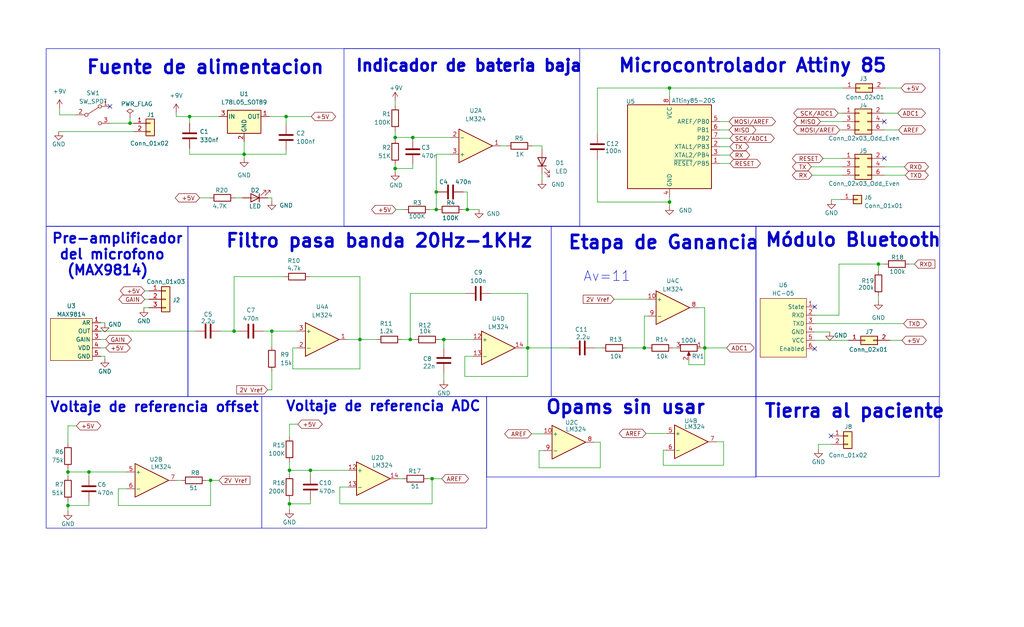
<source format=kicad_sch>
(kicad_sch (version 20230121) (generator eeschema)
  (paper "User" 310.007 189.992)
  (junction (at 804.164 234.442))
  (junction (at 276.606 415.29))
  (junction (at 57.404 35.306))
  (junction (at 124.968 41.656))
  (junction (at 20.574 143.002))
  (junction (at 623.824 289.306))
  (junction (at -74.676 381.635))
  (junction (at 264.16 393.446))
  (junction (at -157.988 328.295))
  (junction (at 579.12 241.554))
  (junction (at -157.226 277.749))
  (junction (at 583.438 296.164))
  (junction (at 265.938 80.01))
  (junction (at 285.75 303.53))
  (junction (at 275.59 363.474))
  (junction (at -43.942 268.986))
  (junction (at 134.366 102.87))
  (junction (at 583.438 286.766))
  (junction (at -145.542 344.805))
  (junction (at 108.966 102.87))
  (junction (at 195.072 105.41))
  (junction (at 284.988 237.49))
  (junction (at 748.538 238.76))
  (junction (at -43.942 259.588))
  (junction (at 269.494 393.446))
  (junction (at -145.542 350.139))
  (junction (at 430.53 234.442))
  (junction (at 346.456 394.97))
  (junction (at 802.894 296.799))
  (junction (at -151.638 380.111))
  (junction (at 591.058 241.554))
  (junction (at 276.606 409.956))
  (junction (at 269.24 281.686))
  (junction (at 284.988 363.474))
  (junction (at 0.762 307.34))
  (junction (at 132.08 63.5))
  (junction (at 130.81 145.034))
  (junction (at 39.37 37.338))
  (junction (at -144.526 401.955))
  (junction (at 11.557 367.792))
  (junction (at 387.858 231.902))
  (junction (at -39.624 304.8))
  (junction (at 542.544 228.092))
  (junction (at 579.12 250.952))
  (junction (at 20.574 153.162))
  (junction (at 797.56 362.204))
  (junction (at -144.78 290.195))
  (junction (at -1.27 262.128))
  (junction (at -39.624 314.198))
  (junction (at 427.355 279.654))
  (junction (at 263.144 351.028))
  (junction (at -38.608 259.588))
  (junction (at 48.006 255.524))
  (junction (at 588.518 286.766))
  (junction (at 0.508 334.899))
  (junction (at 26.924 143.002))
  (junction (at 479.806 227.838))
  (junction (at 747.268 301.117))
  (junction (at 202.692 26.67))
  (junction (at 386.969 286.512))
  (junction (at 213.36 105.41))
  (junction (at 584.454 241.554))
  (junction (at 63.754 145.542))
  (junction (at 276.352 303.53))
  (junction (at 276.352 298.196))
  (junction (at 263.906 281.686))
  (junction (at 886.46 262.382))
  (junction (at 263.906 291.084))
  (junction (at -136.144 350.139))
  (junction (at 132.08 58.166))
  (junction (at 399.796 231.902))
  (junction (at 392.049 277.114))
  (junction (at 119.634 51.054))
  (junction (at 263.144 341.63))
  (junction (at -78.232 328.549))
  (junction (at -135.382 290.195))
  (junction (at 671.068 237.49))
  (junction (at -144.78 284.861))
  (junction (at 264.16 402.844))
  (junction (at 268.478 341.63))
  (junction (at 82.296 100.33))
  (junction (at 275.59 358.14))
  (junction (at 73.914 46.736))
  (junction (at 268.478 226.06))
  (junction (at -156.972 380.111))
  (junction (at 342.9 341.884))
  (junction (at 87.63 142.494))
  (junction (at 286.004 415.29))
  (junction (at 202.692 61.214))
  (junction (at -156.972 389.509))
  (junction (at 93.98 142.494))
  (junction (at 297.688 226.06))
  (junction (at 741.934 366.522))
  (junction (at 124.206 102.87))
  (junction (at 386.969 277.114))
  (junction (at -34.544 304.8))
  (junction (at 86.614 35.306))
  (junction (at 87.63 152.654))
  (junction (at -144.526 396.621))
  (junction (at -135.128 401.955))
  (junction (at 70.866 100.33))
  (junction (at -157.226 268.351))
  (junction (at 393.192 231.902))
  (junction (at -157.988 337.693))
  (junction (at 141.478 63.5))
  (junction (at 159.766 105.41))
  (junction (at 621.792 244.094))
  (junction (at -151.892 268.351))
  (junction (at -32.004 259.588))
  (junction (at 119.634 41.656))
  (junction (at 387.858 241.3))
  (junction (at -152.654 328.295))
  (no_connect (at 873.76 241.046))
  (no_connect (at 267.716 48.006))
  (no_connect (at 899.16 241.046))
  (no_connect (at 727.202 360.426))
  (no_connect (at 899.16 220.726))
  (no_connect (at 881.38 210.566))
  (no_connect (at 899.16 233.426))
  (no_connect (at 899.16 228.346))
  (no_connect (at 246.634 105.664))
  (no_connect (at 873.76 253.746))
  (no_connect (at 267.716 36.83))
  (no_connect (at 873.76 220.726))
  (no_connect (at 899.16 243.586))
  (no_connect (at 732.536 295.021))
  (no_connect (at 873.76 251.206))
  (no_connect (at 727.202 375.666))
  (no_connect (at 899.16 230.886))
  (no_connect (at 733.806 247.904))
  (no_connect (at 733.806 232.664))
  (no_connect (at 899.16 225.806))
  (no_connect (at 883.92 210.566))
  (no_connect (at 873.76 246.126))
  (no_connect (at 246.634 92.964))
  (no_connect (at 33.274 32.258))
  (no_connect (at 732.536 310.261))
  (no_connect (at 899.16 223.266))
  (no_connect (at 899.16 238.506))
  (no_connect (at 873.76 243.586))
  (no_connect (at 889 210.566))
  (no_connect (at 873.76 238.506))
  (no_connect (at 899.16 235.966))
  (no_connect (at 873.76 230.886))
  (no_connect (at 873.76 248.666))
  (no_connect (at 873.76 235.966))
  (no_connect (at 251.587 132.08))
  (wire (pts (xy 0.508 334.899) (xy 2.286 334.899)))
  (wire (pts (xy 265.938 80.01) (xy 265.938 82.042)))
  (wire (pts (xy 350.774 394.97) (xy 346.456 394.97)))
  (wire (pts (xy -32.004 255.778) (xy -32.004 259.588)))
  (wire (pts (xy 264.16 382.27) (xy 264.16 383.794)))
  (wire (pts (xy -141.224 333.375) (xy -145.542 333.375)))
  (wire (pts (xy 806.958 362.204) (xy 808.482 362.204)))
  (wire (pts (xy 140.208 63.5) (xy 141.478 63.5)))
  (wire (pts (xy 195.072 95.758) (xy 196.088 95.758)))
  (wire (pts (xy 579.12 230.378) (xy 580.39 230.378)))
  (wire (pts (xy 18.034 34.798) (xy 23.114 34.798)))
  (wire (pts (xy 30.48 97.79) (xy 31.75 97.79)))
  (wire (pts (xy 57.404 35.306) (xy 57.404 37.338)))
  (wire (pts (xy 134.366 113.03) (xy 134.366 115.316)))
  (wire (pts (xy 918.21 238.506) (xy 918.21 253.746)))
  (wire (pts (xy -151.892 268.351) (xy -140.462 268.351)))
  (wire (pts (xy 588.518 295.148) (xy 588.518 296.164)))
  (wire (pts (xy 20.574 151.892) (xy 20.574 153.162)))
  (wire (pts (xy 430.53 234.442) (xy 429.26 234.442)))
  (wire (pts (xy 63.754 153.162) (xy 63.754 145.542)))
  (wire (pts (xy 593.852 246.634) (xy 593.852 251.714)))
  (wire (pts (xy 718.566 369.57) (xy 735.33 369.57)))
  (wire (pts (xy 579.12 231.902) (xy 579.12 230.378)))
  (wire (pts (xy -112.522 383.667) (xy -112.522 382.651)))
  (wire (pts (xy 279.908 346.71) (xy 275.59 346.71)))
  (wire (pts (xy 200.787 136.398) (xy 201.676 136.398)))
  (wire (pts (xy -136.652 290.195) (xy -135.382 290.195)))
  (wire (pts (xy 70.866 83.82) (xy 86.106 83.82)))
  (wire (pts (xy 392.049 277.114) (xy 401.447 277.114)))
  (wire (pts (xy 202.692 61.214) (xy 202.692 62.484)))
  (wire (pts (xy 342.9 351.536) (xy 342.9 353.822)))
  (wire (pts (xy 588.518 296.164) (xy 583.438 296.164)))
  (wire (pts (xy 269.494 393.446) (xy 269.494 393.954)))
  (wire (pts (xy 740.664 304.165) (xy 740.664 311.277)))
  (wire (pts (xy 0.762 314.96) (xy 0.762 307.34)))
  (wire (pts (xy 392.049 286.512) (xy 386.969 286.512)))
  (wire (pts (xy 725.17 241.808) (xy 741.934 241.808)))
  (wire (pts (xy 584.454 249.682) (xy 584.454 250.952)))
  (wire (pts (xy 143.256 107.95) (xy 140.716 107.95)))
  (wire (pts (xy 263.906 281.686) (xy 269.24 281.686)))
  (wire (pts (xy 735.33 369.57) (xy 735.33 376.682)))
  (wire (pts (xy 217.932 36.83) (xy 220.726 36.83)))
  (wire (pts (xy 263.144 330.454) (xy 263.144 331.978)))
  (wire (pts (xy 71.12 59.944) (xy 73.406 59.944)))
  (wire (pts (xy 658.622 237.49) (xy 660.146 237.49)))
  (wire (pts (xy 479.806 227.838) (xy 479.806 229.87)))
  (wire (pts (xy 280.67 286.766) (xy 276.352 286.766)))
  (wire (pts (xy -146.558 401.955) (xy -144.526 401.955)))
  (wire (pts (xy 269.24 281.686) (xy 280.67 281.686)))
  (wire (pts (xy 202.692 59.69) (xy 202.692 61.214)))
  (wire (pts (xy 87.63 142.494) (xy 87.63 143.764)))
  (wire (pts (xy 267.716 53.086) (xy 274.066 53.086)))
  (wire (pts (xy 476.504 227.838) (xy 479.806 227.838)))
  (wire (pts (xy 804.164 234.442) (xy 805.942 234.442)))
  (wire (pts (xy 134.366 102.87) (xy 134.366 105.41)))
  (wire (pts (xy 264.16 393.446) (xy 269.494 393.446)))
  (wire (pts (xy -144.526 401.955) (xy -144.526 396.621)))
  (wire (pts (xy 393.192 240.03) (xy 393.192 241.3)))
  (wire (pts (xy 263.906 291.084) (xy 263.906 292.1)))
  (wire (pts (xy 220.98 41.91) (xy 217.932 41.91)))
  (wire (pts (xy -38.608 267.716) (xy -38.608 268.986)))
  (wire (pts (xy 386.969 277.114) (xy 392.049 277.114)))
  (wire (pts (xy 90.17 128.524) (xy 87.63 128.524)))
  (wire (pts (xy 254 80.01) (xy 254 95.504)))
  (wire (pts (xy -152.654 336.423) (xy -152.654 337.693)))
  (wire (pts (xy 479.806 237.49) (xy 479.806 239.776)))
  (wire (pts (xy 220.98 49.53) (xy 217.932 49.53)))
  (wire (pts (xy 195.072 95.758) (xy 195.072 105.41)))
  (wire (pts (xy 308.61 397.002) (xy 308.61 395.986)))
  (wire (pts (xy 39.37 35.56) (xy 39.37 37.338)))
  (wire (pts (xy 124.968 49.784) (xy 124.968 51.054)))
  (wire (pts (xy -8.128 307.34) (xy -9.906 307.34)))
  (wire (pts (xy 393.192 241.3) (xy 387.858 241.3)))
  (wire (pts (xy 286.004 415.29) (xy 289.56 415.29)))
  (wire (pts (xy 133.096 102.87) (xy 134.366 102.87)))
  (wire (pts (xy -145.542 350.139) (xy -145.542 344.805)))
  (wire (pts (xy 804.164 243.84) (xy 804.164 245.364)))
  (wire (pts (xy 87.63 139.954) (xy 87.63 142.494)))
  (wire (pts (xy 623.824 289.306) (xy 622.554 289.306)))
  (wire (pts (xy 247.777 134.62) (xy 247.777 136.144)))
  (wire (pts (xy -157.988 328.295) (xy -152.654 328.295)))
  (wire (pts (xy 724.662 295.021) (xy 732.536 295.021)))
  (wire (pts (xy -43.942 267.716) (xy -43.942 268.986)))
  (wire (pts (xy 212.344 105.41) (xy 213.36 105.41)))
  (wire (pts (xy -156.972 378.079) (xy -156.972 380.111)))
  (wire (pts (xy 579.12 241.554) (xy 584.454 241.554)))
  (wire (pts (xy -81.534 328.549) (xy -78.232 328.549)))
  (wire (pts (xy 267.716 50.546) (xy 273.812 50.546)))
  (wire (pts (xy 308.356 285.242) (xy 308.356 284.226)))
  (wire (pts (xy -156.718 401.955) (xy -154.178 401.955)))
  (wire (pts (xy -144.526 401.955) (xy -144.018 401.955)))
  (wire (pts (xy 26.924 153.162) (xy 20.574 153.162)))
  (wire (pts (xy 264.414 415.29) (xy 266.954 415.29)))
  (wire (pts (xy -39.624 302.768) (xy -39.624 304.8)))
  (wire (pts (xy -112.776 279.527) (xy -112.776 281.305)))
  (wire (pts (xy -39.624 295.148) (xy -39.624 293.624)))
  (wire (pts (xy 33.274 37.338) (xy 39.37 37.338)))
  (wire (pts (xy 24.003 367.792) (xy 26.162 367.792)))
  (wire (pts (xy 546.862 228.092) (xy 542.544 228.092)))
  (wire (pts (xy 20.574 153.162) (xy 20.574 154.94)))
  (wire (pts (xy -32.004 255.778) (xy -31.75 255.778)))
  (wire (pts (xy 621.792 251.714) (xy 621.792 244.094)))
  (wire (pts (xy -152.654 328.295) (xy -152.654 328.803)))
  (polyline (pts (xy 175.514 14.732) (xy 175.514 68.58)))
  (wire (pts (xy -136.144 344.805) (xy -136.144 350.139)))
  (wire (pts (xy -156.972 380.111) (xy -151.638 380.111)))
  (wire (pts (xy 724.916 244.856) (xy 733.552 244.856)))
  (wire (pts (xy -146.812 290.195) (xy -144.78 290.195)))
  (wire (pts (xy -77.978 381.635) (xy -74.676 381.635)))
  (wire (pts (xy 133.731 145.034) (xy 130.81 145.034)))
  (wire (pts (xy 263.906 281.686) (xy 263.906 282.194)))
  (wire (pts (xy 583.438 294.894) (xy 583.438 296.164)))
  (wire (pts (xy -39.624 293.624) (xy -38.354 293.624)))
  (wire (pts (xy 264.414 226.06) (xy 264.414 224.79)))
  (wire (pts (xy 748.538 238.76) (xy 752.348 238.76)))
  (wire (pts (xy 119.634 41.656) (xy 124.968 41.656)))
  (wire (pts (xy 402.59 242.062) (xy 430.53 242.062)))
  (wire (pts (xy 108.966 102.87) (xy 114.046 102.87)))
  (wire (pts (xy 124.968 41.656) (xy 136.398 41.656)))
  (wire (pts (xy -152.654 337.693) (xy -157.988 337.693)))
  (wire (pts (xy -151.892 277.749) (xy -157.226 277.749)))
  (wire (pts (xy 264.16 391.414) (xy 264.16 393.446)))
  (wire (pts (xy -156.972 380.111) (xy -156.972 380.619)))
  (wire (pts (xy 48.006 255.524) (xy 48.006 257.556)))
  (wire (pts (xy 119.634 30.48) (xy 119.634 32.004)))
  (wire (pts (xy 591.058 241.554) (xy 595.884 241.554)))
  (wire (pts (xy 797.56 371.602) (xy 797.56 373.126)))
  (wire (pts (xy 276.606 409.956) (xy 277.114 409.956)))
  (wire (pts (xy 263.144 339.598) (xy 263.144 341.63)))
  (wire (pts (xy 393.192 231.902) (xy 399.796 231.902)))
  (wire (pts (xy -144.78 290.195) (xy -144.78 284.861)))
  (wire (pts (xy 343.154 394.97) (xy 346.456 394.97)))
  (wire (pts (xy 219.075 140.97) (xy 200.787 140.97)))
  (wire (pts (xy 180.848 26.67) (xy 202.692 26.67)))
  (wire (pts (xy 0.762 307.34) (xy -0.508 307.34)))
  (wire (pts (xy 132.08 63.5) (xy 132.588 63.5)))
  (wire (pts (xy 255.016 50.546) (xy 245.618 50.546)))
  (wire (pts (xy 268.478 341.63) (xy 279.908 341.63)))
  (wire (pts (xy 588.518 286.766) (xy 588.518 287.528)))
  (wire (pts (xy -144.78 290.195) (xy -144.272 290.195)))
  (wire (pts (xy 57.404 35.306) (xy 53.34 35.306)))
  (wire (pts (xy 86.614 45.466) (xy 86.614 46.736)))
  (wire (pts (xy 268.478 226.06) (xy 268.478 228.092)))
  (wire (pts (xy -157.988 337.693) (xy -157.988 338.709)))
  (wire (pts (xy 579.12 241.554) (xy 579.12 242.062)))
  (wire (pts (xy 748.538 238.76) (xy 748.538 239.522)))
  (wire (pts (xy 276.606 415.29) (xy 276.606 409.956)))
  (wire (pts (xy 718.312 372.618) (xy 726.948 372.618)))
  (wire (pts (xy -157.226 268.351) (xy -157.226 268.859)))
  (wire (pts (xy 208.534 110.49) (xy 213.36 110.49)))
  (wire (pts (xy 66.294 35.306) (xy 57.404 35.306)))
  (wire (pts (xy 93.98 142.494) (xy 105.41 142.494)))
  (wire (pts (xy 467.36 227.838) (xy 468.884 227.838)))
  (wire (pts (xy -147.574 350.139) (xy -145.542 350.139)))
  (wire (pts (xy 671.068 247.142) (xy 671.068 249.428)))
  (wire (pts (xy 748.538 247.142) (xy 748.538 248.92)))
  (wire (pts (xy -39.624 312.928) (xy -39.624 314.198)))
  (wire (pts (xy -144.526 396.621) (xy -144.018 396.621)))
  (wire (pts (xy 164.084 52.832) (xy 164.084 54.61)))
  (wire (pts (xy 276.352 303.53) (xy 276.352 298.196)))
  (wire (pts (xy 404.622 236.982) (xy 402.59 236.982)))
  (wire (pts (xy 263.906 279.654) (xy 263.906 281.686)))
  (wire (pts (xy -151.638 389.509) (xy -156.972 389.509)))
  (wire (pts (xy 30.48 107.95) (xy 31.75 107.95)))
  (wire (pts (xy 386.969 285.242) (xy 386.969 286.512)))
  (wire (pts (xy -43.942 248.412) (xy -42.672 248.412)))
  (wire (pts (xy -70.358 381.635) (xy -74.676 381.635)))
  (wire (pts (xy 132.08 58.166) (xy 132.588 58.166)))
  (wire (pts (xy -34.544 304.8) (xy -25.146 304.8)))
  (wire (pts (xy 86.614 37.846) (xy 86.614 35.306)))
  (wire (pts (xy 929.386 235.966) (xy 915.924 235.966)))
  (wire (pts (xy 399.796 228.092) (xy 400.05 228.092)))
  (wire (pts (xy 308.356 292.862) (xy 308.356 294.64)))
  (wire (pts (xy 386.969 277.114) (xy 386.969 277.622)))
  (wire (pts (xy 20.574 141.986) (xy 20.574 143.002)))
  (wire (pts (xy 202.692 26.67) (xy 202.692 29.21)))
  (wire (pts (xy 180.848 26.67) (xy 180.848 40.64)))
  (wire (pts (xy -34.544 313.182) (xy -34.544 314.198)))
  (wire (pts (xy 195.072 105.41) (xy 196.088 105.41)))
  (wire (pts (xy 263.144 351.028) (xy 263.144 352.044)))
  (wire (pts (xy 797.56 362.204) (xy 797.56 363.982)))
  (wire (pts (xy 276.352 303.53) (xy 276.86 303.53)))
  (wire (pts (xy 913.384 248.666) (xy 899.16 248.666)))
  (wire (pts (xy 267.716 34.29) (xy 271.78 34.29)))
  (wire (pts (xy -136.652 284.861) (xy -135.382 284.861)))
  (wire (pts (xy 347.218 341.884) (xy 342.9 341.884)))
  (wire (pts (xy 216.916 133.858) (xy 219.075 133.858)))
  (wire (pts (xy 802.894 296.799) (xy 804.672 296.799)))
  (wire (pts (xy 268.478 351.028) (xy 263.144 351.028)))
  (wire (pts (xy 268.478 226.06) (xy 264.414 226.06)))
  (wire (pts (xy 17.78 39.878) (xy 40.386 39.878)))
  (wire (pts (xy 399.796 231.902) (xy 404.622 231.902)))
  (wire (pts (xy 248.412 36.83) (xy 255.016 36.83)))
  (wire (pts (xy 140.97 88.9) (xy 124.206 88.9)))
  (wire (pts (xy 297.688 236.22) (xy 297.688 237.49)))
  (wire (pts (xy 579.12 249.682) (xy 579.12 250.952)))
  (wire (pts (xy 886.46 262.382) (xy 944.626 262.382)))
  (wire (pts (xy 597.916 291.846) (xy 595.884 291.846)))
  (wire (pts (xy 297.688 226.06) (xy 305.308 226.06)))
  (wire (pts (xy 285.75 298.196) (xy 285.75 303.53)))
  (wire (pts (xy 159.766 88.9) (xy 159.766 105.41)))
  (wire (pts (xy 263.144 341.63) (xy 268.478 341.63)))
  (wire (pts (xy 140.208 58.166) (xy 141.478 58.166)))
  (wire (pts (xy 164.084 44.196) (xy 161.036 44.196)))
  (wire (pts (xy 292.608 226.06) (xy 297.688 226.06)))
  (wire (pts (xy 273.558 363.474) (xy 275.59 363.474)))
  (polyline (pts (xy 228.854 68.58) (xy 284.48 68.58)))
  (wire (pts (xy 591.058 237.744) (xy 591.312 237.744)))
  (wire (pts (xy 284.988 237.49) (xy 284.988 238.76)))
  (wire (pts (xy 48.006 265.176) (xy 48.006 267.462)))
  (wire (pts (xy 87.63 152.654) (xy 87.63 154.432)))
  (wire (pts (xy 276.606 415.29) (xy 277.114 415.29)))
  (wire (pts (xy -157.226 268.351) (xy -151.892 268.351)))
  (wire (pts (xy 4.826 307.34) (xy 0.762 307.34)))
  (wire (pts (xy 747.268 309.499) (xy 747.268 311.277)))
  (wire (pts (xy -156.972 368.935) (xy -156.972 370.459)))
  (wire (pts (xy 20.574 143.002) (xy 20.574 144.272)))
  (wire (pts (xy 741.934 374.904) (xy 741.934 376.682)))
  (wire (pts (xy 119.888 63.5) (xy 122.428 63.5)))
  (wire (pts (xy 883.92 261.366) (xy 883.92 262.382)))
  (wire (pts (xy 211.328 93.218) (xy 213.36 93.218)))
  (wire (pts (xy -38.608 268.986) (xy -43.942 268.986)))
  (wire (pts (xy 614.934 289.306) (xy 613.156 289.306)))
  (wire (pts (xy 387.858 220.726) (xy 389.128 220.726)))
  (wire (pts (xy 307.594 345.186) (xy 307.594 344.17)))
  (wire (pts (xy -25.019 361.569) (xy -19.558 361.569)))
  (wire (pts (xy 9.906 334.899) (xy 11.43 334.899)))
  (wire (pts (xy 81.534 35.306) (xy 86.614 35.306)))
  (wire (pts (xy 812.292 296.799) (xy 813.816 296.799)))
  (wire (pts (xy -156.972 389.509) (xy -156.972 390.525)))
  (wire (pts (xy 0.508 334.899) (xy 0.508 336.677)))
  (wire (pts (xy 623.824 296.926) (xy 623.824 289.306)))
  (wire (pts (xy 584.454 241.554) (xy 584.454 242.062)))
  (wire (pts (xy 867.41 223.266) (xy 873.76 223.266)))
  (wire (pts (xy -135.382 290.195) (xy -131.826 290.195)))
  (wire (pts (xy 82.296 118.11) (xy 82.296 112.522)))
  (wire (pts (xy 35.814 148.082) (xy 35.814 153.162)))
  (wire (pts (xy 328.676 341.884) (xy 328.676 340.614)))
  (wire (pts (xy 427.355 287.274) (xy 427.355 279.654)))
  (wire (pts (xy -43.942 249.936) (xy -43.942 248.412)))
  (wire (pts (xy 130.81 145.034) (xy 130.81 152.654)))
  (wire (pts (xy 741.934 241.808) (xy 741.934 248.92)))
  (wire (pts (xy 63.754 145.542) (xy 66.294 145.542)))
  (wire (pts (xy 57.404 46.736) (xy 73.914 46.736)))
  (wire (pts (xy 124.206 102.87) (xy 125.476 102.87)))
  (wire (pts (xy 723.9 304.165) (xy 740.664 304.165)))
  (wire (pts (xy -86.868 381.635) (xy -85.598 381.635)))
  (wire (pts (xy 93.98 151.384) (xy 93.98 152.654)))
  (wire (pts (xy 276.352 286.766) (xy 276.352 298.196)))
  (wire (pts (xy 275.59 363.474) (xy 276.098 363.474)))
  (wire (pts (xy 66.802 100.33) (xy 70.866 100.33)))
  (wire (pts (xy 918.21 253.746) (xy 899.16 253.746)))
  (polyline (pts (xy 175.514 68.58) (xy 228.854 68.58)))
  (wire (pts (xy 179.832 133.985) (xy 181.737 133.985)))
  (wire (pts (xy 251.206 100.584) (xy 246.634 100.584)))
  (wire (pts (xy 102.87 152.654) (xy 130.81 152.654)))
  (wire (pts (xy 246.634 98.044) (xy 273.558 98.044)))
  (wire (pts (xy 213.36 105.41) (xy 219.964 105.41)))
  (wire (pts (xy 284.988 233.68) (xy 284.988 237.49)))
  (wire (pts (xy 246.634 103.124) (xy 256.794 103.124)))
  (wire (pts (xy 612.902 244.094) (xy 611.124 244.094)))
  (wire (pts (xy -113.538 331.851) (xy -113.538 330.835)))
  (wire (pts (xy -140.462 273.431) (xy -144.78 273.431)))
  (wire (pts (xy 38.354 148.082) (xy 35.814 148.082)))
  (wire (pts (xy -135.128 396.621) (xy -135.128 401.955)))
  (wire (pts (xy 129.54 145.034) (xy 130.81 145.034)))
  (wire (pts (xy 264.16 401.574) (xy 264.16 402.844)))
  (wire (pts (xy 802.894 306.197) (xy 802.894 307.721)))
  (wire (pts (xy 269.24 289.814) (xy 269.24 291.084)))
  (wire (pts (xy -32.004 259.588) (xy -27.178 259.588)))
  (wire (pts (xy 121.666 102.87) (xy 124.206 102.87)))
  (wire (pts (xy 724.662 238.76) (xy 748.538 238.76)))
  (wire (pts (xy 583.438 286.766) (xy 583.438 287.274)))
  (wire (pts (xy 764.54 298.069) (xy 723.138 298.069)))
  (wire (pts (xy 200.787 140.97) (xy 200.787 136.398)))
  (wire (pts (xy 667.766 237.49) (xy 671.068 237.49)))
  (wire (pts (xy 915.924 251.206) (xy 899.16 251.206)))
  (wire (pts (xy -157.988 317.119) (xy -157.988 318.643)))
  (wire (pts (xy -74.676 381.635) (xy -74.676 383.667)))
  (wire (pts (xy 134.366 102.87) (xy 143.256 102.87)))
  (wire (pts (xy -43.942 259.588) (xy -38.608 259.588)))
  (wire (pts (xy 579.12 250.952) (xy 579.12 251.968)))
  (wire (pts (xy 164.084 45.212) (xy 164.084 44.196)))
  (wire (pts (xy 913.384 233.426) (xy 913.384 248.666)))
  (wire (pts (xy 727.456 310.261) (xy 732.536 310.261)))
  (polyline (pts (xy 148.59 120.142) (xy 148.59 120.142)))
  (wire (pts (xy 283.718 363.474) (xy 284.988 363.474)))
  (wire (pts (xy 26.924 143.002) (xy 38.354 143.002)))
  (wire (pts (xy 148.59 88.9) (xy 159.766 88.9)))
  (wire (pts (xy 251.714 60.452) (xy 251.714 60.706)))
  (wire (pts (xy 276.352 298.196) (xy 276.86 298.196)))
  (wire (pts (xy 944.626 221.996) (xy 944.626 225.806)))
  (wire (pts (xy 431.419 279.654) (xy 427.355 279.654)))
  (wire (pts (xy 180.848 61.214) (xy 202.692 61.214)))
  (wire (pts (xy 797.56 362.204) (xy 799.338 362.204)))
  (wire (pts (xy -112.522 391.287) (xy -112.522 393.065)))
  (wire (pts (xy -74.676 391.287) (xy -74.676 393.573)))
  (wire (pts (xy 268.478 341.63) (xy 268.478 342.138)))
  (wire (pts (xy 401.447 282.194) (xy 399.415 282.194)))
  (wire (pts (xy 73.914 42.926) (xy 73.914 46.736)))
  (wire (pts (xy -135.128 401.955) (xy -131.572 401.955)))
  (wire (pts (xy 253.746 34.29) (xy 255.016 34.29)))
  (wire (pts (xy -123.19 382.651) (xy -124.968 382.651)))
  (wire (pts (xy 339.598 341.884) (xy 342.9 341.884)))
  (wire (pts (xy 346.456 394.97) (xy 346.456 397.002)))
  (wire (pts (xy 728.726 247.904) (xy 733.806 247.904)))
  (wire (pts (xy 202.692 26.67) (xy 255.27 26.67)))
  (wire (pts (xy 308.61 404.622) (xy 308.61 406.4)))
  (wire (pts (xy 387.858 222.25) (xy 387.858 220.726)))
  (wire (pts (xy 255.016 53.086) (xy 245.872 53.086)))
  (wire (pts (xy 387.858 241.3) (xy 387.858 242.316)))
  (wire (pts (xy 718.058 366.522) (xy 741.934 366.522)))
  (wire (pts (xy -145.542 333.375) (xy -145.542 344.805)))
  (wire (pts (xy 263.398 363.474) (xy 265.938 363.474)))
  (wire (pts (xy 153.416 44.196) (xy 151.638 44.196)))
  (wire (pts (xy -39.624 304.8) (xy -34.544 304.8)))
  (wire (pts (xy 268.478 235.712) (xy 268.478 237.49)))
  (wire (pts (xy 399.415 287.274) (xy 427.355 287.274)))
  (wire (pts (xy -1.27 262.128) (xy -2.54 262.128)))
  (wire (pts (xy -112.776 270.891) (xy -115.824 270.891)))
  (wire (pts (xy 255.016 48.006) (xy 249.174 48.006)))
  (wire (pts (xy 108.966 102.87) (xy 108.966 111.76)))
  (wire (pts (xy 386.969 286.512) (xy 386.969 287.528)))
  (wire (pts (xy 627.888 289.306) (xy 623.824 289.306)))
  (wire (pts (xy 82.296 100.33) (xy 89.916 100.33)))
  (wire (pts (xy 542.544 237.744) (xy 542.544 240.03)))
  (wire (pts (xy 31.75 107.95) (xy 31.75 108.712)))
  (wire (pts (xy 334.264 394.97) (xy 335.534 394.97)))
  (wire (pts (xy 275.336 80.01) (xy 276.86 80.01)))
  (wire (pts (xy 584.454 250.952) (xy 579.12 250.952)))
  (wire (pts (xy 588.518 286.766) (xy 597.916 286.766)))
  (wire (pts (xy 434.594 234.442) (xy 430.53 234.442)))
  (wire (pts (xy -151.638 380.111) (xy -151.638 380.619)))
  (wire (pts (xy 402.59 236.982) (xy 402.59 242.062)))
  (wire (pts (xy 219.075 133.858) (xy 219.075 140.97)))
  (wire (pts (xy -10.16 262.128) (xy -11.938 262.128)))
  (wire (pts (xy 269.24 291.084) (xy 263.906 291.084)))
  (wire (pts (xy 18.034 32.766) (xy 18.034 34.798)))
  (wire (pts (xy 70.866 100.33) (xy 72.136 100.33)))
  (wire (pts (xy 741.934 366.522) (xy 745.744 366.522)))
  (wire (pts (xy 102.87 147.574) (xy 102.87 152.654)))
  (wire (pts (xy 189.738 105.41) (xy 195.072 105.41)))
  (wire (pts (xy 759.968 238.76) (xy 766.064 238.76)))
  (wire (pts (xy 584.454 241.554) (xy 591.058 241.554)))
  (wire (pts (xy 254.508 60.452) (xy 251.714 60.452)))
  (wire (pts (xy 284.48 303.53) (xy 285.75 303.53)))
  (wire (pts (xy 758.698 301.117) (xy 764.794 301.117)))
  (wire (pts (xy 217.932 39.37) (xy 220.726 39.37)))
  (wire (pts (xy 280.924 398.526) (xy 276.606 398.526)))
  (wire (pts (xy 583.438 286.766) (xy 588.518 286.766)))
  (wire (pts (xy 387.858 231.902) (xy 393.192 231.902)))
  (wire (pts (xy -112.522 382.651) (xy -115.57 382.651)))
  (wire (pts (xy 286.004 409.956) (xy 286.004 415.29)))
  (wire (pts (xy 269.494 103.124) (xy 273.05 103.124)))
  (wire (pts (xy 140.716 107.95) (xy 140.716 114.046)))
  (wire (pts (xy 26.924 151.892) (xy 26.924 153.162)))
  (wire (pts (xy 675.386 237.49) (xy 671.068 237.49)))
  (wire (pts (xy -136.398 401.955) (xy -135.128 401.955)))
  (wire (pts (xy -27.178 314.96) (xy 0.762 314.96)))
  (wire (pts (xy -4.572 334.899) (xy 0.508 334.899)))
  (wire (pts (xy 297.942 395.986) (xy 296.164 395.986)))
  (wire (pts (xy -157.226 266.319) (xy -157.226 268.351)))
  (wire (pts (xy 119.634 39.624) (xy 119.634 41.656)))
  (wire (pts (xy 82.296 100.33) (xy 79.756 100.33)))
  (wire (pts (xy 105.156 102.87) (xy 108.966 102.87)))
  (wire (pts (xy 539.242 228.092) (xy 542.544 228.092)))
  (wire (pts (xy 421.64 234.442) (xy 419.862 234.442)))
  (wire (pts (xy 591.058 237.744) (xy 591.058 241.554)))
  (wire (pts (xy 70.866 83.82) (xy 70.866 100.33)))
  (wire (pts (xy 275.59 346.71) (xy 275.59 358.14)))
  (wire (pts (xy 284.48 298.196) (xy 285.75 298.196)))
  (wire (pts (xy 163.195 141.732) (xy 163.195 136.525)))
  (wire (pts (xy -145.542 350.139) (xy -145.034 350.139)))
  (wire (pts (xy 20.574 129.032) (xy 20.574 134.366)))
  (wire (pts (xy 430.53 242.062) (xy 430.53 234.442)))
  (wire (pts (xy 264.16 303.53) (xy 266.7 303.53)))
  (wire (pts (xy 268.478 237.49) (xy 284.988 237.49)))
  (wire (pts (xy 57.404 44.958) (xy 57.404 46.736)))
  (wire (pts (xy -124.206 330.835) (xy -125.984 330.835)))
  (wire (pts (xy 275.59 363.474) (xy 275.59 358.14)))
  (wire (pts (xy 87.63 128.524) (xy 87.63 132.334)))
  (wire (pts (xy 54.864 145.542) (xy 53.594 145.542)))
  (wire (pts (xy 392.049 277.114) (xy 392.049 277.876)))
  (wire (pts (xy -1.27 269.748) (xy -1.27 262.128)))
  (wire (pts (xy 883.92 262.382) (xy 886.46 262.382)))
  (wire (pts (xy 275.59 358.14) (xy 276.098 358.14)))
  (wire (pts (xy 63.754 145.542) (xy 62.484 145.542)))
  (wire (pts (xy 247.777 134.62) (xy 251.587 134.62)))
  (wire (pts (xy 269.494 401.574) (xy 269.494 402.844)))
  (wire (pts (xy 2.794 262.128) (xy -1.27 262.128)))
  (wire (pts (xy 274.32 303.53) (xy 276.352 303.53)))
  (wire (pts (xy 308.356 284.226) (xy 305.308 284.226)))
  (wire (pts (xy 747.268 301.117) (xy 747.268 301.879)))
  (wire (pts (xy 26.924 144.272) (xy 26.924 143.002)))
  (wire (pts (xy 387.858 231.902) (xy 387.858 232.41)))
  (wire (pts (xy -6.604 391.541) (xy 1.524 391.541)))
  (wire (pts (xy 284.988 363.474) (xy 288.544 363.474)))
  (wire (pts (xy 203.708 105.41) (xy 204.724 105.41)))
  (wire (pts (xy 45.085 93.218) (xy 43.561 93.218)))
  (wire (pts (xy 484.124 227.838) (xy 479.806 227.838)))
  (wire (pts (xy 124.968 51.054) (xy 119.634 51.054)))
  (wire (pts (xy 263.906 289.814) (xy 263.906 291.084)))
  (wire (pts (xy 276.606 398.526) (xy 276.606 409.956)))
  (wire (pts (xy 267.97 26.67) (xy 272.796 26.67)))
  (wire (pts (xy 82.296 59.944) (xy 82.296 60.96)))
  (wire (pts (xy 195.58 131.318) (xy 201.676 131.318)))
  (wire (pts (xy -78.232 328.549) (xy -78.232 330.581)))
  (wire (pts (xy 342.9 341.884) (xy 342.9 343.916)))
  (wire (pts (xy -113.538 330.835) (xy -116.586 330.835)))
  (wire (pts (xy 595.884 296.926) (xy 623.824 296.926)))
  (wire (pts (xy 88.646 111.76) (xy 108.966 111.76)))
  (wire (pts (xy 593.852 251.714) (xy 621.792 251.714)))
  (wire (pts (xy 254 80.01) (xy 265.938 80.01)))
  (wire (pts (xy -25.146 309.88) (xy -27.178 309.88)))
  (wire (pts (xy 284.988 237.49) (xy 297.688 237.49)))
  (wire (pts (xy 208.534 109.22) (xy 208.534 110.49)))
  (wire (pts (xy 87.63 151.384) (xy 87.63 152.654)))
  (wire (pts (xy -137.414 350.139) (xy -136.144 350.139)))
  (wire (pts (xy 93.98 143.764) (xy 93.98 142.494)))
  (wire (pts (xy -123.444 270.891) (xy -125.222 270.891)))
  (wire (pts (xy -157.226 277.749) (xy -157.226 278.765)))
  (wire (pts (xy -43.942 268.986) (xy -43.942 270.002)))
  (wire (pts (xy 269.24 281.686) (xy 269.24 282.194)))
  (wire (pts (xy -27.178 264.668) (xy -29.21 264.668)))
  (wire (pts (xy -157.734 350.139) (xy -155.194 350.139)))
  (wire (pts (xy 35.56 255.524) (xy 37.084 255.524)))
  (wire (pts (xy -144.526 385.191) (xy -144.526 396.621)))
  (wire (pts (xy 284.734 415.29) (xy 286.004 415.29)))
  (wire (pts (xy 73.914 46.736) (xy 73.914 48.006)))
  (wire (pts (xy 595.884 246.634) (xy 593.852 246.634)))
  (wire (pts (xy 283.718 358.14) (xy 284.988 358.14)))
  (wire (pts (xy 35.814 153.162) (xy 63.754 153.162)))
  (wire (pts (xy 804.164 234.442) (xy 804.164 236.22)))
  (wire (pts (xy -157.988 326.263) (xy -157.988 328.295)))
  (wire (pts (xy 393.192 231.902) (xy 393.192 232.41)))
  (wire (pts (xy 392.049 285.496) (xy 392.049 286.512)))
  (wire (pts (xy 73.914 46.736) (xy 86.614 46.736)))
  (wire (pts (xy -78.232 338.201) (xy -78.232 340.487)))
  (wire (pts (xy -157.226 276.479) (xy -157.226 277.749)))
  (wire (pts (xy 915.924 235.966) (xy 915.924 251.206)))
  (wire (pts (xy 254.254 39.37) (xy 255.016 39.37)))
  (wire (pts (xy 132.08 63.5) (xy 132.08 58.166)))
  (wire (pts (xy 741.934 366.522) (xy 741.934 367.284)))
  (wire (pts (xy 220.98 46.99) (xy 217.932 46.99)))
  (wire (pts (xy 797.814 296.799) (xy 802.894 296.799)))
  (wire (pts (xy -152.654 328.295) (xy -141.224 328.295)))
  (wire (pts (xy 387.858 240.03) (xy 387.858 241.3)))
  (wire (pts (xy -43.942 257.556) (xy -43.942 259.588)))
  (wire (pts (xy 802.894 296.799) (xy 802.894 298.577)))
  (wire (pts (xy 427.355 279.654) (xy 426.085 279.654)))
  (wire (pts (xy 753.364 366.522) (xy 759.46 366.522)))
  (wire (pts (xy 799.084 234.442) (xy 804.164 234.442)))
  (wire (pts (xy 44.704 255.524) (xy 48.006 255.524)))
  (wire (pts (xy 180.848 48.26) (xy 180.848 61.214)))
  (wire (pts (xy 944.626 256.286) (xy 944.626 262.382)))
  (wire (pts (xy 719.328 360.426) (xy 727.202 360.426)))
  (wire (pts (xy -151.638 380.111) (xy -140.208 380.111)))
  (wire (pts (xy -151.892 276.479) (xy -151.892 277.749)))
  (wire (pts (xy 31.75 97.79) (xy 31.75 98.044)))
  (wire (pts (xy -34.544 304.8) (xy -34.544 305.562)))
  (wire (pts (xy 725.932 232.664) (xy 733.806 232.664)))
  (wire (pts (xy 246.634 95.504) (xy 254 95.504)))
  (wire (pts (xy 723.646 307.213) (xy 732.282 307.213)))
  (wire (pts (xy 625.856 244.094) (xy 621.792 244.094)))
  (wire (pts (xy -157.226 257.175) (xy -157.226 258.699)))
  (wire (pts (xy -73.914 328.549) (xy -78.232 328.549)))
  (wire (pts (xy -38.608 259.588) (xy -32.004 259.588)))
  (wire (pts (xy 93.726 83.82) (xy 108.966 83.82)))
  (wire (pts (xy 124.968 41.656) (xy 124.968 42.164)))
  (wire (pts (xy 158.496 105.41) (xy 159.766 105.41)))
  (wire (pts (xy -19.558 369.697) (xy -19.558 369.951)))
  (wire (pts (xy 399.796 228.092) (xy 399.796 231.902)))
  (wire (pts (xy -151.638 388.239) (xy -151.638 389.509)))
  (wire (pts (xy 23.114 129.032) (xy 20.574 129.032)))
  (wire (pts (xy 583.438 296.164) (xy 583.438 297.18)))
  (wire (pts (xy 220.98 44.45) (xy 217.932 44.45)))
  (wire (pts (xy 180.086 105.41) (xy 182.118 105.41)))
  (wire (pts (xy -29.21 269.748) (xy -1.27 269.748)))
  (wire (pts (xy 722.122 375.666) (xy 727.202 375.666)))
  (wire (pts (xy 723.392 301.117) (xy 747.268 301.117)))
  (wire (pts (xy 30.48 105.41) (xy 32.004 105.41)))
  (wire (pts (xy -137.414 344.805) (xy -136.144 344.805)))
  (wire (pts (xy 140.716 114.046) (xy 159.766 114.046)))
  (wire (pts (xy 621.792 244.094) (xy 620.522 244.094)))
  (wire (pts (xy 765.81 235.712) (xy 724.408 235.712)))
  (wire (pts (xy 119.634 51.054) (xy 119.634 52.07)))
  (wire (pts (xy 284.734 409.956) (xy 286.004 409.956)))
  (wire (pts (xy 108.966 83.82) (xy 108.966 102.87)))
  (wire (pts (xy 346.456 404.622) (xy 346.456 406.908)))
  (wire (pts (xy -19.558 377.571) (xy -19.558 378.841)))
  (wire (pts (xy 595.884 291.846) (xy 595.884 296.926)))
  (wire (pts (xy -92.456 328.549) (xy -92.456 327.279)))
  (wire (pts (xy 886.46 262.382) (xy 886.46 261.366)))
  (wire (pts (xy 119.634 49.784) (xy 119.634 51.054)))
  (wire (pts (xy 296.926 344.17) (xy 295.148 344.17)))
  (wire (pts (xy -38.608 259.588) (xy -38.608 260.096)))
  (wire (pts (xy 269.494 402.844) (xy 264.16 402.844)))
  (wire (pts (xy 867.41 233.934) (xy 867.41 238.252)))
  (wire (pts (xy 43.561 93.218) (xy 43.561 93.472)))
  (wire (pts (xy 307.594 352.806) (xy 307.594 354.584)))
  (wire (pts (xy 60.452 59.944) (xy 63.5 59.944)))
  (wire (pts (xy 530.098 228.092) (xy 531.622 228.092)))
  (wire (pts (xy 899.16 246.126) (xy 929.386 246.126)))
  (wire (pts (xy 121.92 145.034) (xy 120.65 145.034)))
  (wire (pts (xy 307.594 344.17) (xy 304.546 344.17)))
  (wire (pts (xy 418.465 279.654) (xy 416.687 279.654)))
  (wire (pts (xy 43.815 90.678) (xy 45.085 90.678)))
  (wire (pts (xy -157.988 336.423) (xy -157.988 337.693)))
  (wire (pts (xy 308.61 395.986) (xy 305.562 395.986)))
  (wire (pts (xy -19.558 361.569) (xy -19.558 362.077)))
  (wire (pts (xy -156.972 290.195) (xy -154.432 290.195)))
  (wire (pts (xy -145.542 344.805) (xy -145.034 344.805)))
  (wire (pts (xy 583.438 275.59) (xy 584.708 275.59)))
  (wire (pts (xy 813.562 234.442) (xy 815.086 234.442)))
  (wire (pts (xy 11.557 375.92) (xy 11.557 376.936)))
  (wire (pts (xy 944.118 221.996) (xy 944.626 221.996)))
  (wire (pts (xy 136.398 46.736) (xy 132.08 46.736)))
  (wire (pts (xy 386.969 265.938) (xy 388.239 265.938)))
  (wire (pts (xy -136.144 350.139) (xy -132.588 350.139)))
  (wire (pts (xy 185.928 90.678) (xy 196.088 90.678)))
  (wire (pts (xy 297.688 284.226) (xy 295.91 284.226)))
  (wire (pts (xy 11.557 367.792) (xy 11.557 368.3)))
  (wire (pts (xy 93.98 142.494) (xy 87.63 142.494)))
  (wire (pts (xy 263.144 349.758) (xy 263.144 351.028)))
  (wire (pts (xy 119.634 41.656) (xy 119.634 42.164)))
  (wire (pts (xy -144.78 273.431) (xy -144.78 284.861)))
  (wire (pts (xy 159.766 105.41) (xy 172.466 105.41)))
  (wire (pts (xy -39.624 314.198) (xy -39.624 315.214)))
  (wire (pts (xy 929.386 238.506) (xy 918.21 238.506)))
  (wire (pts (xy 386.969 267.462) (xy 386.969 265.938)))
  (wire (pts (xy 81.026 118.11) (xy 82.296 118.11)))
  (wire (pts (xy 264.16 402.844) (xy 264.16 403.86)))
  (wire (pts (xy 583.438 284.734) (xy 583.438 286.766)))
  (wire (pts (xy -92.456 328.549) (xy -89.154 328.549)))
  (wire (pts (xy 759.206 363.474) (xy 717.804 363.474)))
  (wire (pts (xy 284.988 358.14) (xy 284.988 363.474)))
  (wire (pts (xy 671.068 237.49) (xy 671.068 239.522)))
  (wire (pts (xy -140.208 385.191) (xy -144.526 385.191)))
  (wire (pts (xy 263.906 270.51) (xy 263.906 272.034)))
  (wire (pts (xy -135.382 284.861) (xy -135.382 290.195)))
  (wire (pts (xy -29.21 264.668) (xy -29.21 269.748)))
  (wire (pts (xy -136.398 396.621) (xy -135.128 396.621)))
  (wire (pts (xy 399.415 282.194) (xy 399.415 287.274)))
  (wire (pts (xy 105.41 147.574) (xy 102.87 147.574)))
  (wire (pts (xy 267.716 39.37) (xy 272.034 39.37)))
  (wire (pts (xy 52.324 255.524) (xy 48.006 255.524)))
  (wire (pts (xy -39.624 304.8) (xy -39.624 305.308)))
  (wire (pts (xy 181.737 133.985) (xy 181.737 141.732)))
  (wire (pts (xy 269.494 393.446) (xy 280.924 393.446)))
  (wire (pts (xy -113.538 339.471) (xy -113.538 341.249)))
  (wire (pts (xy 93.98 152.654) (xy 87.63 152.654)))
  (wire (pts (xy 124.206 88.9) (xy 124.206 102.87)))
  (wire (pts (xy 43.815 88.138) (xy 45.085 88.138)))
  (wire (pts (xy 163.195 136.525) (xy 164.592 136.525)))
  (wire (pts (xy 86.614 35.306) (xy 94.234 35.306)))
  (wire (pts (xy -34.544 314.198) (xy -39.624 314.198)))
  (wire (pts (xy -27.178 309.88) (xy -27.178 314.96)))
  (wire (pts (xy 89.916 105.41) (xy 88.646 105.41)))
  (wire (pts (xy 285.75 303.53) (xy 289.306 303.53)))
  (wire (pts (xy 747.268 301.117) (xy 751.078 301.117)))
  (wire (pts (xy 265.938 80.01) (xy 267.716 80.01)))
  (wire (pts (xy 264.16 393.446) (xy 264.16 393.954)))
  (wire (pts (xy 542.544 228.092) (xy 542.544 230.124)))
  (wire (pts (xy -156.972 388.239) (xy -156.972 389.509)))
  (wire (pts (xy 181.737 141.732) (xy 163.195 141.732)))
  (wire (pts (xy 82.296 104.902) (xy 82.296 100.33)))
  (wire (pts (xy 387.858 229.87) (xy 387.858 231.902)))
  (wire (pts (xy 579.12 239.522) (xy 579.12 241.554)))
  (wire (pts (xy -144.78 284.861) (xy -144.272 284.861)))
  (wire (pts (xy -43.942 259.588) (xy -43.942 260.096)))
  (wire (pts (xy 213.36 110.49) (xy 213.36 105.41)))
  (wire (pts (xy 159.766 105.41) (xy 159.766 114.046)))
  (wire (pts (xy 265.938 89.662) (xy 265.938 91.186)))
  (wire (pts (xy 26.924 143.002) (xy 20.574 143.002)))
  (wire (pts (xy -157.988 328.295) (xy -157.988 328.803)))
  (wire (pts (xy 213.36 93.218) (xy 213.36 105.41)))
  (wire (pts (xy 164.592 131.445) (xy 160.909 131.445)))
  (wire (pts (xy 11.557 367.792) (xy 13.843 367.792)))
  (wire (pts (xy 53.34 35.306) (xy 53.34 34.036)))
  (wire (pts (xy 30.48 100.33) (xy 59.182 100.33)))
  (wire (pts (xy 0.508 344.297) (xy 0.508 345.821)))
  (wire (pts (xy 132.08 46.736) (xy 132.08 58.166)))
  (wire (pts (xy 929.386 233.426) (xy 913.384 233.426)))
  (wire (pts (xy 141.478 63.5) (xy 145.034 63.5)))
  (wire (pts (xy 297.688 228.6) (xy 297.688 226.06)))
  (wire (pts (xy 81.026 59.944) (xy 82.296 59.944)))
  (wire (pts (xy 6.096 367.792) (xy 11.557 367.792)))
  (wire (pts (xy 40.386 37.338) (xy 39.37 37.338)))
  (wire (pts (xy 274.574 415.29) (xy 276.606 415.29)))
  (wire (pts (xy 88.646 105.41) (xy 88.646 111.76)))
  (wire (pts (xy 867.41 226.314) (xy 867.41 223.266)))
  (wire (pts (xy 141.478 58.166) (xy 141.478 63.5)))
  (wire (pts (xy 583.438 277.114) (xy 583.438 275.59)))
  (wire (pts (xy 277.368 226.06) (xy 268.478 226.06)))
  (wire (pts (xy -151.892 268.351) (xy -151.892 268.859)))
  (wire (pts (xy 130.048 63.5) (xy 132.08 63.5)))
  (wire (pts (xy -112.776 271.907) (xy -112.776 270.891)))
  (wire (pts (xy 30.48 102.87) (xy 32.004 102.87)))
  (wire (pts (xy 386.969 275.082) (xy 386.969 277.114)))
  (wire (pts (xy 328.676 341.884) (xy 331.978 341.884)))
  (wire (pts (xy 268.478 349.758) (xy 268.478 351.028)))
  (wire (pts (xy 263.144 341.63) (xy 263.144 342.138)))
  (wire (pts (xy 792.48 362.204) (xy 797.56 362.204)))
  (rectangle (start 13.97 14.732) (end 175.514 68.58))
  (rectangle (start 713.74 227.584) (end 732.79 251.714))
  (rectangle (start 166.878 68.58) (end 228.854 120.142))
  (rectangle (start 13.97 120.142) (end 79.248 160.02))
  (rectangle (start 175.514 14.732) (end 284.48 68.58))
  (rectangle (start 228.854 120.142) (end 284.353 144.399))
  (rectangle (start 104.14 14.732) (end 175.514 68.58))
  (rectangle (start 762.508 227.33) (end 781.558 251.46))
  (rectangle (start 56.896 68.58) (end 166.878 120.142))
  (rectangle (start 761.238 289.687) (end 780.288 313.817))
  (rectangle (start 79.248 120.142) (end 147.32 160.02))
  (rectangle (start 13.97 68.58) (end 56.896 120.142))
  (rectangle (start 147.32 120.142) (end 228.854 144.526))
  (rectangle (start 712.47 289.941) (end 731.52 314.071))
  (rectangle (start 228.854 68.58) (end 284.48 120.142))
  (rectangle (start 755.904 355.092) (end 774.954 379.222))
  (rectangle (start 707.136 355.346) (end 726.186 379.476))
  (image (at 786.384 301.117) (scale 0.201573))
  (image (at -100.076 330.073) (scale 0.201573))
  (image (at 321.056 343.408) (scale 0.201573))
  (image (at 20.066 262.128) (scale 0.201573))
  (image (at 787.654 238.76) (scale 0.201573))
  (image (at 643.128 244.094) (scale 0.201573))
  (image (at 451.866 234.442) (scale 0.201573))
  (image (at 781.05 366.522) (scale 0.201573))
  (image (at 319.786 394.97) (scale 0.201573))
  (image (at -101.346 381.635) (scale 0.201573))
  (text "Attiny85" (at 764.794 231.902 0) (effects (font (size 2.5 2.5) bold) (justify left bottom)))
  (text "Divisor de voltaje del HC-05" (at 729.996 351.028 0) (effects (font (size 3 3) bold) (justify left bottom)))
  (text "Indicador de bateria baja\n" (at -164.338 247.269 0) (effects (font (size 3 3) (thickness 0.8) bold) (justify left bottom)))
  (text "Voltaje de referencia offset" (at 14.986 125.222 0) (effects (font (size 3 3) bold) (justify left bottom)))
  (text "Divisor de voltaje del HC-05" (at 736.6 223.266 0) (effects (font (size 3 3) bold) (justify left bottom)))
  (text "Voltaje de referencia offset\n" (at 383.921 262.382 0) (effects (font (size 3 3) bold) (justify left bottom)))
  (text "Voltaje de referencia offset" (at -21.082 243.84 0) (effects (font (size 3 3) bold) (justify left bottom)))
  (text "Attiny85" (at 758.19 359.664 0) (effects (font (size 2.5 2.5) bold) (justify left bottom)))
  (text "Voltaje de referencia ADC" (at 580.39 272.034 0) (effects (font (size 3 3) bold) (justify left bottom)))
  (text "Attiny85" (at 20.828 336.931 0) (effects (font (size 3 3) bold) (justify left bottom)))
  (text "EGBT-045MS" (at -42.545 336.677 0) (effects (font (size 3 3) bold) (justify left bottom)))
  (text "Módulo Bluetooth" (at 231.394 75.184 0) (effects (font (size 4 4) bold) (justify left bottom)))
  (text "Attiny85" (at 763.524 294.259 0) (effects (font (size 2.5 2.5) bold) (justify left bottom)))
  (text "Indicador de bateria baja, terminal negativa\n" (at -163.83 308.737 0) (effects (font (size 3 3) (thickness 0.8) bold) (justify left bottom)))
  (text "Pre-amplificador\n del microfono\n  (MAX9814)" (at 15.494 83.82 0) (effects (font (size 3 3) (thickness 0.6) bold) (justify left bottom)))
  (text "Indicador de bateria baja\n" (at 256.794 260.604 0) (effects (font (size 3 3) (thickness 0.8) bold) (justify left bottom)))
  (text "EGBT-045MS" (at -44.577 393.319 0) (effects (font (size 3 3) bold) (justify left bottom)))
  (text "Tierra al paciente\n" (at 231.14 127 0) (effects (font (size 4 4) bold) (justify left bottom)))
  (text "Indicador de bateria baja, terminal negativa\n" (at 257.302 322.072 0) (effects (font (size 3 3) (thickness 0.8) bold) (justify left bottom)))
  (text "Conexiones entre el Arduino Nano y el attiny85" (at 864.108 205.232 0) (effects (font (size 3 3) bold) (justify left bottom)))
  (text "Indicador de bateria baja, terminal positiva\n" (at -163.322 360.045 0) (effects (font (size 3 3) (thickness 0.8) bold) (justify left bottom)))
  (text "HC-05" (at 709.676 359.156 0) (effects (font (size 2.5 2.5) bold) (justify left bottom)))
  (text "Av=11\n" (at 176.53 85.598 0) (effects (font (size 3 3)) (justify left bottom)))
  (text "HC-05" (at 715.01 293.751 0) (effects (font (size 2.5 2.5) bold) (justify left bottom)))
  (text "Voltaje de referencia ADC" (at 601.98 225.806 0) (effects (font (size 3 3) bold) (justify left bottom)))
  (text "Voltaje de referencia offset" (at 410.718 216.154 0) (effects (font (size 3 3) bold) (justify left bottom)))
  (text "Indicador de bateria baja\n" (at 107.442 22.098 0) (effects (font (size 3.5 3.5) (thickness 0.8) bold) (justify left bottom)))
  (text "Voltaje de referencia offset\n" (at -42.672 290.068 0) (effects (font (size 3 3) bold) (justify left bottom)))
  (text "Filtro pasa banda 20Hz-1KHz" (at 68.072 75.438 0) (effects (font (size 4 4) (thickness 0.8) bold) (justify left bottom)))
  (text "HC-05" (at 716.28 231.394 0) (effects (font (size 2.5 2.5) bold) (justify left bottom)))
  (text "Voltaje de referencia ADC" (at 86.36 124.968 0) (effects (font (size 3 3) bold) (justify left bottom)))
  (text "Etapa de Ganancia" (at 171.704 75.946 0) (effects (font (size 4 4) bold) (justify left bottom)))
  (text "Fuente de alimentacion" (at 251.968 215.9 0) (effects (font (size 4 4) (thickness 0.8) bold) (justify left bottom)))
  (text "Divisor de voltaje del HC-05" (at 735.33 285.623 0) (effects (font (size 3 3) bold) (justify left bottom)))
  (text "Fuente de alimentacion" (at 25.908 22.86 0) (effects (font (size 4 4) (thickness 0.8) bold) (justify left bottom)))
  (text "Microcontrolador Attiny 85" (at 186.944 22.352 0) (effects (font (size 4 4) (thickness 0.8) bold) (justify left bottom)))
  (text "Attiny85" (at 8.509 392.938 0) (effects (font (size 3 3) bold) (justify left bottom)))
  (text "Opams sin usar" (at 164.973 125.857 0) (effects (font (size 4 4) bold) (justify left bottom)))
  (text "Indicador de bateria baja, terminal positiva\n" (at 257.81 373.38 0) (effects (font (size 3 3) (thickness 0.8) bold) (justify left bottom)))
  (global_label "+5V" (shape bidirectional) (at -156.972 290.195 180) (property "Intersheetrefs" "${INTERSHEET_REFS}" (effects hide)))
  (global_label "+5V" (shape bidirectional) (at -157.734 350.139 180) (property "Intersheetrefs" "${INTERSHEET_REFS}" (effects hide)))
  (global_label "+5V" (shape bidirectional) (at 273.05 103.124 0) (property "Intersheetrefs" "${INTERSHEET_REFS}" (effects hide)))
  (global_label "2V Vref" (shape input) (at 431.419 279.654 0) (property "Intersheetrefs" "${INTERSHEET_REFS}" (effects hide)))
  (global_label "TX" (shape input) (at 808.482 362.204 0) (property "Intersheetrefs" "${INTERSHEET_REFS}" (effects hide)))
  (global_label "TX" (shape bidirectional) (at 764.794 301.117 0) (property "Intersheetrefs" "${INTERSHEET_REFS}" (effects hide)))
  (global_label "+5V" (shape bidirectional) (at 334.264 394.97 180) (property "Intersheetrefs" "${INTERSHEET_REFS}" (effects hide)))
  (global_label "ADC1" (shape bidirectional) (at 271.78 34.29 0) (property "Intersheetrefs" "${INTERSHEET_REFS}" (effects hide)))
  (global_label "RX" (shape bidirectional) (at 220.98 46.99 0) (property "Intersheetrefs" "${INTERSHEET_REFS}" (effects hide)))
  (global_label "VCC" (shape bidirectional) (at 718.312 372.618 180) (property "Intersheetrefs" "${INTERSHEET_REFS}" (effects hide)))
  (global_label "+5V" (shape bidirectional) (at 388.239 265.938 0) (property "Intersheetrefs" "${INTERSHEET_REFS}" (effects hide)))
  (global_label "MISO" (shape bidirectional) (at 248.412 36.83 180) (property "Intersheetrefs" "${INTERSHEET_REFS}" (effects hide)))
  (global_label "+5V" (shape bidirectional) (at 23.114 129.032 0) (property "Intersheetrefs" "${INTERSHEET_REFS}" (effects hide)))
  (global_label "+" (shape input) (at 350.774 394.97 0) (property "Intersheetrefs" "${INTERSHEET_REFS}" (effects hide)))
  (global_label "SCK{slash}ADC1" (shape bidirectional) (at 220.98 41.91 0) (property "Intersheetrefs" "${INTERSHEET_REFS}" (effects hide)))
  (global_label "RXD" (shape bidirectional) (at 723.392 301.117 180) (property "Intersheetrefs" "${INTERSHEET_REFS}" (effects hide)))
  (global_label "+5V" (shape bidirectional) (at 119.888 63.5 180) (property "Intersheetrefs" "${INTERSHEET_REFS}" (effects hide)))
  (global_label "TX" (shape bidirectional) (at 759.46 366.522 0) (property "Intersheetrefs" "${INTERSHEET_REFS}" (effects hide)))
  (global_label "RESET" (shape bidirectional) (at 249.174 48.006 180) (property "Intersheetrefs" "${INTERSHEET_REFS}" (effects hide)))
  (global_label "TXD" (shape bidirectional) (at 717.804 363.474 180) (property "Intersheetrefs" "${INTERSHEET_REFS}" (effects hide)))
  (global_label "Vo" (shape input) (at 591.312 237.744 0) (property "Intersheetrefs" "${INTERSHEET_REFS}" (effects hide)))
  (global_label "+5V" (shape bidirectional) (at 264.16 303.53 180) (property "Intersheetrefs" "${INTERSHEET_REFS}" (effects hide)))
  (global_label "TXD" (shape bidirectional) (at 724.408 235.712 180) (property "Intersheetrefs" "${INTERSHEET_REFS}" (effects hide)))
  (global_label "TX" (shape input) (at 813.816 296.799 0) (property "Intersheetrefs" "${INTERSHEET_REFS}" (effects hide)))
  (global_label "Vo" (shape input) (at 675.386 237.49 0) (property "Intersheetrefs" "${INTERSHEET_REFS}" (effects hide)))
  (global_label "TXD" (shape bidirectional) (at 273.558 98.044 0) (property "Intersheetrefs" "${INTERSHEET_REFS}" (effects hide)))
  (global_label "Vo" (shape input) (at 52.324 255.524 0) (property "Intersheetrefs" "${INTERSHEET_REFS}" (effects hide)))
  (global_label "RXD" (shape bidirectional) (at -4.572 334.899 180) (property "Intersheetrefs" "${INTERSHEET_REFS}" (effects hide)))
  (global_label "Vo" (shape input) (at 400.05 228.092 0) (property "Intersheetrefs" "${INTERSHEET_REFS}" (effects hide)))
  (global_label "GAIN" (shape bidirectional) (at 43.815 90.678 180) (property "Intersheetrefs" "${INTERSHEET_REFS}" (effects hide)))
  (global_label "GND" (shape bidirectional) (at 725.17 241.808 180) (property "Intersheetrefs" "${INTERSHEET_REFS}" (effects hide)))
  (global_label "+5V" (shape bidirectional) (at 43.815 88.138 180) (property "Intersheetrefs" "${INTERSHEET_REFS}" (effects hide)))
  (global_label "AREF" (shape bidirectional) (at 625.856 244.094 0) (property "Intersheetrefs" "${INTERSHEET_REFS}" (effects hide)))
  (global_label "RXD" (shape bidirectional) (at 799.084 234.442 180) (property "Intersheetrefs" "${INTERSHEET_REFS}" (effects hide)))
  (global_label "TXD" (shape bidirectional) (at 274.066 53.086 0) (property "Intersheetrefs" "${INTERSHEET_REFS}" (effects hide)))
  (global_label "+5V" (shape bidirectional) (at -156.718 401.955 180) (property "Intersheetrefs" "${INTERSHEET_REFS}" (effects hide)))
  (global_label "+3.3V" (shape bidirectional) (at 26.162 367.792 0) (property "Intersheetrefs" "${INTERSHEET_REFS}" (effects hide)))
  (global_label "RX" (shape bidirectional) (at 759.206 363.474 0) (property "Intersheetrefs" "${INTERSHEET_REFS}" (effects hide)))
  (global_label "TX" (shape bidirectional) (at 245.618 50.546 180) (property "Intersheetrefs" "${INTERSHEET_REFS}" (effects hide)))
  (global_label "MOSI{slash}AREF" (shape bidirectional) (at 254.254 39.37 180) (property "Intersheetrefs" "${INTERSHEET_REFS}" (effects hide)))
  (global_label "GAIN" (shape bidirectional) (at 32.004 102.87 0) (property "Intersheetrefs" "${INTERSHEET_REFS}" (effects hide)))
  (global_label "+5V" (shape bidirectional) (at 467.36 227.838 180) (property "Intersheetrefs" "${INTERSHEET_REFS}" (effects hide)))
  (global_label "MISO" (shape bidirectional) (at 220.726 39.37 0) (property "Intersheetrefs" "${INTERSHEET_REFS}" (effects hide)))
  (global_label "RX" (shape bidirectional) (at 765.81 235.712 0) (property "Intersheetrefs" "${INTERSHEET_REFS}" (effects hide)))
  (global_label "+5V" (shape bidirectional) (at 389.128 220.726 0) (property "Intersheetrefs" "${INTERSHEET_REFS}" (effects hide)))
  (global_label "-" (shape input) (at 347.218 341.884 0) (property "Intersheetrefs" "${INTERSHEET_REFS}" (effects hide)))
  (global_label "+5V" (shape bidirectional) (at 732.282 307.213 0) (property "Intersheetrefs" "${INTERSHEET_REFS}" (effects hide)))
  (global_label "RXD" (shape bidirectional) (at 718.058 366.522 180) (property "Intersheetrefs" "${INTERSHEET_REFS}" (effects hide)))
  (global_label "+5V" (shape bidirectional) (at 726.948 372.618 0) (property "Intersheetrefs" "${INTERSHEET_REFS}" (effects hide)))
  (global_label "V_MICBIAS" (shape bidirectional) (at 530.098 228.092 180) (property "Intersheetrefs" "${INTERSHEET_REFS}" (effects hide)))
  (global_label "2V Vref" (shape input) (at 434.594 234.442 0) (property "Intersheetrefs" "${INTERSHEET_REFS}" (effects hide)))
  (global_label "+5V" (shape bidirectional) (at -38.354 293.624 0) (property "Intersheetrefs" "${INTERSHEET_REFS}" (effects hide)))
  (global_label "Vo" (shape input) (at -31.75 255.778 0) (property "Intersheetrefs" "${INTERSHEET_REFS}" (effects hide)))
  (global_label "GND" (shape bidirectional) (at 718.566 369.57 180) (property "Intersheetrefs" "${INTERSHEET_REFS}" (effects hide)))
  (global_label "VCC" (shape bidirectional) (at 724.916 244.856 180) (property "Intersheetrefs" "${INTERSHEET_REFS}" (effects hide)))
  (global_label "Enabled" (shape bidirectional) (at 727.456 310.261 180) (property "Intersheetrefs" "${INTERSHEET_REFS}" (effects hide)))
  (global_label "VCC" (shape bidirectional) (at 723.646 307.213 180) (property "Intersheetrefs" "${INTERSHEET_REFS}" (effects hide)))
  (global_label "State" (shape bidirectional) (at 724.662 295.021 180) (property "Intersheetrefs" "${INTERSHEET_REFS}" (effects hide)))
  (global_label "Enabled" (shape bidirectional) (at 722.122 375.666 180) (property "Intersheetrefs" "${INTERSHEET_REFS}" (effects hide)))
  (global_label "+5V" (shape bidirectional) (at 305.308 226.06 0) (property "Intersheetrefs" "${INTERSHEET_REFS}" (effects hide)))
  (global_label "2V Vref" (shape input) (at 4.826 307.34 0) (property "Intersheetrefs" "${INTERSHEET_REFS}" (effects hide)))
  (global_label "34" (shape bidirectional) (at 6.096 367.792 180) (property "Intersheetrefs" "${INTERSHEET_REFS}" (effects hide)))
  (global_label "+5V" (shape bidirectional) (at -86.868 381.635 180) (property "Intersheetrefs" "${INTERSHEET_REFS}" (effects hide)))
  (global_label "+5V" (shape bidirectional) (at 272.796 26.67 0) (property "Intersheetrefs" "${INTERSHEET_REFS}" (effects hide)))
  (global_label "RESET" (shape bidirectional) (at 220.98 49.53 0) (property "Intersheetrefs" "${INTERSHEET_REFS}" (effects hide)))
  (global_label "31" (shape bidirectional) (at -25.019 361.569 180) (property "Intersheetrefs" "${INTERSHEET_REFS}" (effects hide)))
  (global_label "RX" (shape bidirectional) (at 764.54 298.069 0) (property "Intersheetrefs" "${INTERSHEET_REFS}" (effects hide)))
  (global_label "+5V" (shape bidirectional) (at 263.398 363.474 180) (property "Intersheetrefs" "${INTERSHEET_REFS}" (effects hide)))
  (global_label "+" (shape input) (at -70.358 381.635 0) (property "Intersheetrefs" "${INTERSHEET_REFS}" (effects hide)))
  (global_label "TX" (shape bidirectional) (at 220.98 44.45 0) (property "Intersheetrefs" "${INTERSHEET_REFS}" (effects hide)))
  (global_label "RXD" (shape bidirectional) (at 792.48 362.204 180) (property "Intersheetrefs" "${INTERSHEET_REFS}" (effects hide)))
  (global_label "2V Vref" (shape input) (at 81.026 118.11 180) (property "Intersheetrefs" "${INTERSHEET_REFS}" (effects hide)))
  (global_label "State" (shape bidirectional) (at 719.328 360.426 180) (property "Intersheetrefs" "${INTERSHEET_REFS}" (effects hide)))
  (global_label "2V Vref" (shape input) (at 185.928 90.678 180) (property "Intersheetrefs" "${INTERSHEET_REFS}" (effects hide)))
  (global_label "RX" (shape bidirectional) (at 245.872 53.086 180) (property "Intersheetrefs" "${INTERSHEET_REFS}" (effects hide)))
  (global_label "TXD" (shape bidirectional) (at -6.604 391.541 180) (property "Intersheetrefs" "${INTERSHEET_REFS}" (effects hide)))
  (global_label "+5V" (shape bidirectional) (at 944.118 221.996 180) (property "Intersheetrefs" "${INTERSHEET_REFS}" (effects hide)))
  (global_label "+5V" (shape bidirectional) (at 94.234 35.306 0) (property "Intersheetrefs" "${INTERSHEET_REFS}" (effects hide)))
  (global_label "AREF" (shape bidirectional) (at 160.909 131.445 180) (property "Intersheetrefs" "${INTERSHEET_REFS}" (effects hide)))
  (global_label "-" (shape input) (at -73.914 328.549 0) (property "Intersheetrefs" "${INTERSHEET_REFS}" (effects hide)))
  (global_label "+5V" (shape bidirectional) (at 32.004 105.41 0) (property "Intersheetrefs" "${INTERSHEET_REFS}" (effects hide)))
  (global_label "RX" (shape input) (at 1.524 391.541 0) (property "Intersheetrefs" "${INTERSHEET_REFS}" (effects hide)))
  (global_label "AREF" (shape bidirectional) (at 627.888 289.306 0) (property "Intersheetrefs" "${INTERSHEET_REFS}" (effects hide)))
  (global_label "+5V" (shape bidirectional) (at 90.17 128.524 0) (property "Intersheetrefs" "${INTERSHEET_REFS}" (effects hide)))
  (global_label "ADC1" (shape bidirectional) (at 219.964 105.41 0) (property "Intersheetrefs" "${INTERSHEET_REFS}" (effects hide)))
  (global_label "TX" (shape input) (at 11.43 334.899 0) (property "Intersheetrefs" "${INTERSHEET_REFS}" (effects hide)))
  (global_label "GND" (shape bidirectional) (at 723.9 304.165 180) (property "Intersheetrefs" "${INTERSHEET_REFS}" (effects hide)))
  (global_label "TX" (shape bidirectional) (at 766.064 238.76 0) (property "Intersheetrefs" "${INTERSHEET_REFS}" (effects hide)))
  (global_label "RXD" (shape bidirectional) (at 273.812 50.546 0) (property "Intersheetrefs" "${INTERSHEET_REFS}" (effects hide)))
  (global_label "TXD" (shape bidirectional) (at 723.138 298.069 180) (property "Intersheetrefs" "${INTERSHEET_REFS}" (effects hide)))
  (global_label "Enabled" (shape bidirectional) (at 728.726 247.904 180) (property "Intersheetrefs" "${INTERSHEET_REFS}" (effects hide)))
  (global_label "Vo" (shape input) (at 484.124 227.838 0) (property "Intersheetrefs" "${INTERSHEET_REFS}" (effects hide)))
  (global_label "AREF" (shape bidirectional) (at 272.034 39.37 0) (property "Intersheetrefs" "${INTERSHEET_REFS}" (effects hide)))
  (global_label "SCK{slash}ADC1" (shape bidirectional) (at 253.746 34.29 180) (property "Intersheetrefs" "${INTERSHEET_REFS}" (effects hide)))
  (global_label "+5V" (shape bidirectional) (at 584.708 275.59 0) (property "Intersheetrefs" "${INTERSHEET_REFS}" (effects hide)))
  (global_label "AREF" (shape bidirectional) (at 133.731 145.034 0) (property "Intersheetrefs" "${INTERSHEET_REFS}" (effects hide)))
  (global_label "+5V" (shape bidirectional) (at 264.414 415.29 180) (property "Intersheetrefs" "${INTERSHEET_REFS}" (effects hide)))
  (global_label "+5V" (shape bidirectional) (at 658.622 237.49 180) (property "Intersheetrefs" "${INTERSHEET_REFS}" (effects hide)))
  (global_label "+5V" (shape bidirectional) (at 580.39 230.378 0) (property "Intersheetrefs" "${INTERSHEET_REFS}" (effects hide)))
  (global_label "AREF" (shape bidirectional) (at 195.58 131.318 180) (property "Intersheetrefs" "${INTERSHEET_REFS}" (effects hide)))
  (global_label "RXD" (shape input) (at 276.86 80.01 0) (property "Intersheetrefs" "${INTERSHEET_REFS}" (effects hide)))
  (global_label "RXD" (shape bidirectional) (at 797.814 296.799 180) (property "Intersheetrefs" "${INTERSHEET_REFS}" (effects hide)))
  (global_label "+5V" (shape bidirectional) (at 60.452 59.944 180) (property "Intersheetrefs" "${INTERSHEET_REFS}" (effects hide)))
  (global_label "State" (shape bidirectional) (at 725.932 232.664 180) (property "Intersheetrefs" "${INTERSHEET_REFS}" (effects hide)))
  (global_label "VTH" (shape input) (at 546.862 228.092 0) (property "Intersheetrefs" "${INTERSHEET_REFS}" (effects hide)))
  (global_label "+5V" (shape bidirectional) (at -42.672 248.412 0) (property "Intersheetrefs" "${INTERSHEET_REFS}" (effects hide)))
  (global_label "+5V" (shape bidirectional) (at 35.56 255.524 180) (property "Intersheetrefs" "${INTERSHEET_REFS}" (effects hide)))
  (global_label "2V Vref" (shape input) (at 2.794 262.128 0) (property "Intersheetrefs" "${INTERSHEET_REFS}" (effects hide)))
  (global_label "2V Vref" (shape input) (at 66.294 145.542 0) (property "Intersheetrefs" "${INTERSHEET_REFS}" (effects hide)))
  (global_label "TX" (shape input) (at 815.086 234.442 0) (property "Intersheetrefs" "${INTERSHEET_REFS}" (effects hide)))
  (global_label "MOSI{slash}AREF" (shape bidirectional) (at 220.726 36.83 0) (property "Intersheetrefs" "${INTERSHEET_REFS}" (effects hide)))
  (global_label "RXD" (shape bidirectional) (at 724.662 238.76 180) (property "Intersheetrefs" "${INTERSHEET_REFS}" (effects hide)))
  (global_label "+5V" (shape bidirectional) (at 733.552 244.856 0) (property "Intersheetrefs" "${INTERSHEET_REFS}" (effects hide)))
  (symbol (lib_id "Device:C") (at -140.462 284.861 270) (unit 1)
    (property "Reference" "C8" (at -140.589 281.432 90) (effects (justify right)))
    (property "Value" "470n" (at -134.62 281.559 90) (effects (justify right)))
    (property "Footprint" "Capacitor_THT:C_Disc_D8.0mm_W2.5mm_P5.00mm" (effects hide))
  )
  (symbol (lib_id "power:+9V") (at 18.034 32.766 0) (unit 1)
    (property "Reference" "#PWR01" (effects hide))
    (property "Value" "+9V" (at 18.034 27.686 0))
  )
  (symbol (lib_id "Amplifier_Operational:LM324") (at 172.212 133.985 0) (unit 3)
    (property "Reference" "U2" (at 173.101 128.016 0))
    (property "Value" "LM324" (at 174.371 130.048 0))
    (property "Datasheet" "http://www.ti.com/lit/ds/symlink/lm2902-n.pdf" (effects hide))
  )
  (symbol (lib_id "Amplifier_Operational:LM324") (at 287.528 344.17 0) (mirror x) (unit 1)
    (property "Reference" "U2" (at 287.528 334.264 0))
    (property "Value" "LM324" (at 287.528 336.804 0))
    (property "Datasheet" "http://www.ti.com/lit/ds/symlink/lm2902-n.pdf" (effects hide))
  )
  (symbol (lib_id "power:GND") (at 11.557 376.936 0) (unit 1)
    (property "Reference" "#PWR046" (effects hide))
    (property "Value" "GND" (at 11.557 381.635 0))
  )
  (symbol (lib_id "Device:C") (at -141.224 344.805 270) (unit 1)
    (property "Reference" "C8" (at -139.7 341.249 90) (effects (justify right)))
    (property "Value" "470n" (effects hide))
    (property "Footprint" "Capacitor_THT:C_Disc_D8.0mm_W2.5mm_P5.00mm" (effects hide))
  )
  (symbol (lib_id "power:+9V") (at -157.988 317.119 0) (unit 1)
    (property "Reference" "#PWR031" (effects hide))
    (property "Value" "+9V" (at -157.988 312.039 0))
  )
  (symbol (lib_id "power:GND") (at -156.972 390.525 0) (unit 1)
    (property "Reference" "#PWR038" (effects hide))
    (property "Value" "GND" (at -156.718 394.589 0))
  )
  (symbol (lib_id "Device:R") (at 300.736 344.17 90) (unit 1)
    (property "Reference" "R5" (at 302.006 341.884 90) (effects (justify left)))
    (property "Value" "1K" (at 302.26 346.71 90) (effects (justify left)))
    (property "Footprint" "Resistor_SMD:R_1206_3216Metric_Pad1.30x1.75mm_HandSolder" (effects hide))
  )
  (symbol (lib_id "Device:R") (at -19.558 365.887 0) (unit 1)
    (property "Reference" "R19" (at -24.892 364.236 0) (effects (justify left)))
    (property "Value" "1K" (at -24.892 366.268 0) (effects (justify left)))
    (property "Footprint" "Resistor_SMD:R_1206_3216Metric_Pad1.30x1.75mm_HandSolder" (effects hide))
  )
  (symbol (lib_id "Connector_Generic:Conn_01x02") (at 45.466 37.338 0) (unit 1)
    (property "Reference" "J1" (at 44.45 34.798 0) (effects (justify left)))
    (property "Value" "Conn_01x02" (at 39.37 43.434 0) (effects (justify left)))
    (property "Footprint" "TerminalBlock:TerminalBlock_bornier-2_P5.08mm" (effects hide))
  )
  (symbol (lib_id "Device:C") (at 86.614 41.656 0) (unit 1)
    (property "Reference" "C2" (at 89.662 40.3859 0) (effects (justify left)))
    (property "Value" "100nf" (at 89.662 42.9259 0) (effects (justify left)))
    (property "Footprint" "Capacitor_THT:C_Disc_D8.0mm_W2.5mm_P5.00mm" (effects hide))
  )
  (symbol (lib_id "Device:R") (at -74.676 387.477 180) (unit 1)
    (property "Reference" "R5" (at -75.946 386.715 0) (effects (justify left)))
    (property "Value" "2k" (effects hide))
    (property "Footprint" "Resistor_SMD:R_1206_3216Metric_Pad1.30x1.75mm_HandSolder" (effects hide))
  )
  (symbol (lib_id "power:GND") (at 73.914 48.006 0) (unit 1)
    (property "Reference" "#PWR?" (effects hide))
    (property "Value" "GND" (at 73.914 53.086 0))
  )
  (symbol (lib_id "Device:R") (at 748.538 243.332 0) (unit 1)
    (property "Reference" "R19" (at 750.316 243.332 0) (effects (justify left)))
    (property "Value" "30k" (effects hide))
    (property "Footprint" "Resistor_SMD:R_1206_3216Metric_Pad1.30x1.75mm_HandSolder" (effects hide))
  )
  (symbol (lib_id "power:GND") (at 747.268 311.277 0) (unit 1)
    (property "Reference" "#PWR023" (effects hide))
    (property "Value" "GND" (at 747.268 316.357 0))
  )
  (symbol (lib_id "power:+9V") (at -156.972 368.935 0) (unit 1)
    (property "Reference" "#PWR037" (effects hide))
    (property "Value" "+9V" (at -156.972 363.855 0))
  )
  (symbol (lib_id "Device:C") (at 57.404 41.148 0) (unit 1)
    (property "Reference" "C1" (at 60.452 39.8779 0) (effects (justify left)))
    (property "Value" "330nf" (at 60.452 42.4179 0) (effects (justify left)))
    (property "Footprint" "Capacitor_THT:C_Disc_D8.0mm_W2.5mm_P5.00mm" (effects hide))
  )
  (symbol (lib_id "Device:C") (at 124.968 45.974 180) (unit 1)
    (property "Reference" "C3" (at 127.508 44.704 0) (effects (justify right)))
    (property "Value" "470n" (at 127.508 47.244 0) (effects (justify right)))
    (property "Footprint" "Capacitor_THT:C_Disc_D8.0mm_W2.5mm_P5.00mm" (effects hide))
  )
  (symbol (lib_id "Device:R") (at -85.344 328.549 270) (unit 1)
    (property "Reference" "R2" (at -86.614 326.517 90) (effects (justify left)))
    (property "Value" "30k" (effects hide))
    (property "Footprint" "Resistor_SMD:R_1206_3216Metric_Pad1.30x1.75mm_HandSolder" (effects hide))
  )
  (symbol (lib_id "Device:R") (at 263.144 345.948 180) (unit 1)
    (property "Reference" "R2" (at 261.874 344.678 0) (effects (justify left)))
    (property "Value" "2k" (effects hide))
    (property "Footprint" "Resistor_SMD:R_1206_3216Metric_Pad1.30x1.75mm_HandSolder" (effects hide))
  )
  (symbol (lib_id "power:GND") (at -157.226 278.765 0) (unit 1)
    (property "Reference" "#PWR028" (effects hide))
    (property "Value" "GND" (at -156.972 282.829 0))
  )
  (symbol (lib_id "power:GND") (at -131.826 290.195 0) (unit 1)
    (property "Reference" "#PWR030" (effects hide))
    (property "Value" "GND" (at -129.54 291.4649 0) (effects (justify left)))
  )
  (symbol (lib_id "Device:R") (at 119.634 45.974 180) (unit 1)
    (property "Reference" "R2" (at 118.364 44.704 0) (effects (justify left)))
    (property "Value" "51K" (at 118.364 47.244 0) (effects (justify left)))
    (property "Footprint" "Resistor_SMD:R_1206_3216Metric_Pad1.30x1.75mm_HandSolder" (effects hide))
  )
  (symbol (lib_id "Device:C") (at 75.946 100.33 90) (unit 1)
    (property "Reference" "C7" (at 75.946 93.98 90))
    (property "Value" "470n" (at 75.946 96.52 90))
    (property "Footprint" "Capacitor_THT:C_Disc_D8.0mm_W2.5mm_P5.00mm" (effects hide))
  )
  (symbol (lib_id "power:GND") (at 202.692 62.484 0) (unit 1)
    (property "Reference" "#PWR010" (effects hide))
    (property "Value" "GND" (at 205.486 63.7539 0) (effects (justify left)))
  )
  (symbol (lib_id "power:GND") (at 265.938 91.186 0) (unit 1)
    (property "Reference" "#PWR015" (effects hide))
    (property "Value" "GND" (at 265.938 96.266 0))
  )
  (symbol (lib_id "Device:R") (at 797.56 367.792 180) (unit 1)
    (property "Reference" "R27" (at 796.29 367.03 0) (effects (justify left)))
    (property "Value" "2k" (effects hide))
    (property "Footprint" "Resistor_SMD:R_1206_3216Metric_Pad1.30x1.75mm_HandSolder" (effects hide))
  )
  (symbol (lib_id "Device:R") (at 129.286 102.87 90) (unit 1)
    (property "Reference" "R12" (at 130.556 98.552 90) (effects (justify left)))
    (property "Value" "10k" (at 130.556 100.33 90) (effects (justify left)))
    (property "Footprint" "Resistor_SMD:R_1206_3216Metric_Pad1.30x1.75mm_HandSolder" (effects hide))
  )
  (symbol (lib_id "power:GND") (at 164.084 54.61 0) (unit 1)
    (property "Reference" "#PWR?" (effects hide))
    (property "Value" "GND" (at 166.878 55.8799 0) (effects (justify left)))
  )
  (symbol (lib_id "Device:R") (at 387.858 226.06 180) (unit 1)
    (property "Reference" "R6" (at 386.588 224.79 0) (effects (justify left)))
    (property "Value" "30k" (effects hide))
    (property "Footprint" "Resistor_SMD:R_1206_3216Metric_Pad1.30x1.75mm_HandSolder" (effects hide))
  )
  (symbol (lib_id "Device:R") (at 479.806 233.68 180) (unit 1)
    (property "Reference" "R7" (at 478.536 232.918 0) (effects (justify left)))
    (property "Value" "2k" (effects hide))
    (property "Footprint" "Resistor_SMD:R_1206_3216Metric_Pad1.30x1.75mm_HandSolder" (effects hide))
  )
  (symbol (lib_id "power:GND") (at -19.558 378.841 0) (unit 1)
    (property "Reference" "#PWR045" (effects hide))
    (property "Value" "GND" (at -19.558 383.54 0))
  )
  (symbol (lib_id "power:GND") (at 17.78 39.878 0) (unit 1)
    (property "Reference" "#PWR02" (effects hide))
    (property "Value" "GND" (at 17.78 43.688 0))
  )
  (symbol (lib_id "MCU_Microchip_ATtiny:ATtiny85-20S") (at 202.692 44.45 0) (unit 1)
    (property "Reference" "U5" (at 192.278 30.734 0) (effects (justify right)))
    (property "Value" "ATtiny85-20S" (at 216.662 30.48 0) (effects (justify right)))
    (property "Footprint" "Package_SO:SOIC-8W_5.3x5.3mm_P1.27mm" (effects hide))
    (property "Datasheet" "http://ww1.microchip.com/downloads/en/DeviceDoc/atmel-2586-avr-8-bit-microcontroller-attiny25-attiny45-attiny85_datasheet.pdf" (effects hide))
  )
  (symbol (lib_id "MCU_Microchip_ATtiny:ATtiny85-20S") (at 944.626 241.046 0) (mirror y) (unit 1)
    (property "Reference" "U5" (at 955.04 227.33 0) (effects (justify right)))
    (property "Value" "ATtiny85-20S" (at 930.402 225.552 0) (effects (justify right)))
    (property "Footprint" "Package_SO:SOIC-8W_5.3x5.3mm_P1.27mm" (effects hide))
    (property "Datasheet" "http://ww1.microchip.com/downloads/en/DeviceDoc/atmel-2586-avr-8-bit-microcontroller-attiny25-attiny45-attiny85_datasheet.pdf" (effects hide))
  )
  (symbol (lib_id "Device:R") (at -6.35 262.128 90) (unit 1)
    (property "Reference" "R9" (at -5.334 259.842 90) (effects (justify left)))
    (property "Value" "51" (at -4.953 264.414 90) (effects (justify left)))
    (property "Footprint" "Resistor_SMD:R_1206_3216Metric_Pad1.30x1.75mm_HandSolder" (effects hide))
  )
  (symbol (lib_id "Device:R_Potentiometer") (at 208.534 105.41 270) (unit 1)
    (property "Reference" "RV1" (at 211.328 107.95 90))
    (property "Value" "100k" (at 208.534 103.124 90))
  )
  (symbol (lib_id "Amplifier_Operational:LM324") (at 97.536 102.87 0) (unit 1)
    (property "Reference" "U4" (at 97.536 92.964 0))
    (property "Value" "LM324" (at 97.536 95.504 0))
    (property "Datasheet" "http://www.ti.com/lit/ds/symlink/lm2902-n.pdf" (effects hide))
  )
  (symbol (lib_id "Device:C") (at 584.454 245.872 180) (unit 1)
    (property "Reference" "C10" (at 586.994 244.602 0) (effects (justify right)))
    (property "Value" "470n" (effects hide))
    (property "Footprint" "Capacitor_THT:C_Disc_D8.0mm_W2.5mm_P5.00mm" (effects hide))
  )
  (symbol (lib_id "power:GND") (at 804.164 245.364 0) (unit 1)
    (property "Reference" "#PWR013" (effects hide))
    (property "Value" "GND" (at 804.164 250.444 0))
  )
  (symbol (lib_id "power:GND") (at 20.574 154.94 0) (unit 1)
    (property "Reference" "#PWR?" (effects hide))
    (property "Value" "GND" (at 20.574 158.75 0))
  )
  (symbol (lib_id "Amplifier_Operational:LM324") (at 203.708 93.218 0) (unit 3)
    (property "Reference" "U4" (at 203.708 85.09 0))
    (property "Value" "LM324" (at 203.708 87.63 0))
    (property "Datasheet" "http://www.ti.com/lit/ds/symlink/lm2902-n.pdf" (effects hide))
  )
  (symbol (lib_id "power:GND") (at 288.544 363.474 0) (unit 1)
    (property "Reference" "#PWR?" (effects hide))
    (property "Value" "GND" (at 290.83 364.7439 0) (effects (justify left)))
  )
  (symbol (lib_id "Device:R") (at 87.63 147.574 180) (unit 1)
    (property "Reference" "R16" (at 86.36 146.304 0) (effects (justify left)))
    (property "Value" "200K" (at 86.36 148.844 0) (effects (justify left)))
    (property "Footprint" "Resistor_SMD:R_1206_3216Metric_Pad1.30x1.75mm_HandSolder" (effects hide))
  )
  (symbol (lib_id "power:GND") (at 87.63 154.432 0) (unit 1)
    (property "Reference" "#PWR06" (effects hide))
    (property "Value" "GND" (at 87.63 158.242 0))
  )
  (symbol (lib_id "power:GND") (at 31.75 98.044 0) (unit 1)
    (property "Reference" "#PWR05" (effects hide))
    (property "Value" "GND" (at 34.798 98.298 0))
  )
  (symbol (lib_id "Device:R") (at -157.226 262.509 180) (unit 1)
    (property "Reference" "R2" (at -158.496 261.239 0) (effects (justify left)))
    (property "Value" "100K" (at -158.496 263.779 0) (effects (justify left)))
    (property "Footprint" "Resistor_SMD:R_1206_3216Metric_Pad1.30x1.75mm_HandSolder" (effects hide))
  )
  (symbol (lib_id "Device:R") (at 265.938 85.852 180) (unit 1)
    (property "Reference" "R19" (at 264.668 85.09 0) (effects (justify left)))
    (property "Value" "200k" (at 264.668 87.122 0) (effects (justify left)))
    (property "Footprint" "Resistor_SMD:R_1206_3216Metric_Pad1.30x1.75mm_HandSolder" (effects hide))
  )
  (symbol (lib_id "power:+9V") (at -92.456 327.279 0) (unit 1)
    (property "Reference" "#PWR032" (effects hide))
    (property "Value" "+9V" (at -94.488 323.723 0) (effects (justify left)))
  )
  (symbol (lib_id "power:GND") (at 748.538 248.92 0) (unit 1)
    (property "Reference" "#PWR014" (effects hide))
    (property "Value" "GND" (at 748.538 254 0))
  )
  (symbol (lib_id "Regulator_Linear:L78L05_SOT89") (at 284.988 226.06 0) (unit 1)
    (property "Reference" "U1" (at 284.988 218.694 0))
    (property "Value" "L78L05_SOT89" (at 284.988 221.234 0))
    (property "Footprint" "Package_TO_SOT_SMD:SOT-89-3" (effects hide))
    (property "Datasheet" "http://www.st.com/content/ccc/resource/technical/document/datasheet/15/55/e5/aa/23/5b/43/fd/CD00000446.pdf/files/CD00000446.pdf/jcr:content/translations/en.CD00000446.pdf" (effects hide))
  )
  (symbol (lib_id "power:GND") (at 797.56 373.126 0) (unit 1)
    (property "Reference" "#PWR024" (effects hide))
    (property "Value" "GND" (at 797.56 378.206 0))
  )
  (symbol (lib_id "Device:LED") (at 77.216 59.944 180) (unit 1)
    (property "Reference" "D2" (at 77.216 57.658 0))
    (property "Value" "LED" (at 77.216 62.484 0))
    (property "Footprint" "LED_THT:LED_D5.0mm_Clear" (effects hide))
  )
  (symbol (lib_id "Amplifier_Operational:LM324") (at 144.018 44.196 0) (mirror x) (unit 1)
    (property "Reference" "U2" (at 144.018 33.528 0))
    (property "Value" "LM324" (at 144.018 36.068 0))
    (property "Datasheet" "http://www.ti.com/lit/ds/symlink/lm2902-n.pdf" (effects hide))
  )
  (symbol (lib_id "Device:R") (at 808.482 296.799 270) (unit 1)
    (property "Reference" "R22" (at 807.212 294.767 90) (effects (justify left)))
    (property "Value" "30k" (effects hide))
    (property "Footprint" "Resistor_SMD:R_1206_3216Metric_Pad1.30x1.75mm_HandSolder" (effects hide))
  )
  (symbol (lib_id "Bluetooth:HC-05") (at 236.474 98.044 0) (unit 1)
    (property "Reference" "U6" (at 237.109 86.36 0))
    (property "Value" "HC-05" (at 237.109 88.9 0))
    (property "Footprint" "Bluetooth:HC-05" (effects hide))
  )
  (symbol (lib_id "Device:R") (at 542.544 233.934 180) (unit 1)
    (property "Reference" "R_TH2" (at 541.274 233.172 0) (effects (justify left)))
    (property "Value" "2k" (effects hide))
    (property "Footprint" "Resistor_SMD:R_1206_3216Metric_Pad1.30x1.75mm_HandSolder" (effects hide))
  )
  (symbol (lib_id "Device:R") (at 263.906 286.004 180) (unit 1)
    (property "Reference" "R2" (at 262.636 284.734 0) (effects (justify left)))
    (property "Value" "51K" (at 262.636 287.274 0) (effects (justify left)))
    (property "Footprint" "Resistor_SMD:R_1206_3216Metric_Pad1.30x1.75mm_HandSolder" (effects hide))
  )
  (symbol (lib_id "Device:R") (at -39.624 309.118 180) (unit 1)
    (property "Reference" "R8" (at -40.894 307.848 0) (effects (justify left)))
    (property "Value" "51k" (at -40.894 310.388 0) (effects (justify left)))
    (property "Footprint" "Resistor_SMD:R_1206_3216Metric_Pad1.30x1.75mm_HandSolder" (effects hide))
  )
  (symbol (lib_id "Amplifier_Operational:LM324") (at 605.536 289.306 0) (unit 4)
    (property "Reference" "U2" (at 605.536 279.146 0))
    (property "Value" "LM324" (at 605.536 281.686 0))
    (property "Datasheet" "http://www.ti.com/lit/ds/symlink/lm2902-n.pdf" (effects hide))
  )
  (symbol (lib_id "Device:R") (at 671.068 243.332 180) (unit 1)
    (property "Reference" "R16" (at 669.798 242.57 0) (effects (justify left)))
    (property "Value" "2k" (effects hide))
    (property "Footprint" "Resistor_SMD:R_1206_3216Metric_Pad1.30x1.75mm_HandSolder" (effects hide))
  )
  (symbol (lib_id "Device:R") (at 809.752 234.442 270) (unit 1)
    (property "Reference" "R18" (at 808.482 232.41 90) (effects (justify left)))
    (property "Value" "30k" (effects hide))
    (property "Footprint" "Resistor_SMD:R_1206_3216Metric_Pad1.30x1.75mm_HandSolder" (effects hide))
  )
  (symbol (lib_id "Device:R") (at 67.31 59.944 90) (unit 1)
    (property "Reference" "R20" (at 69.088 57.658 90) (effects (justify left)))
    (property "Value" "4.7K" (at 68.834 62.484 90) (effects (justify left)))
    (property "Footprint" "Resistor_SMD:R_1206_3216Metric_Pad1.30x1.75mm_HandSolder" (effects hide))
  )
  (symbol (lib_id "power:GND") (at 264.16 403.86 0) (unit 1)
    (property "Reference" "#PWR?" (effects hide))
    (property "Value" "GND" (at 264.414 407.924 0))
  )
  (symbol (lib_id "Device:R") (at 280.924 415.29 270) (unit 1)
    (property "Reference" "R4" (at 279.654 417.576 90) (effects (justify left)))
    (property "Value" "2k" (effects hide))
    (property "Footprint" "Resistor_SMD:R_1206_3216Metric_Pad1.30x1.75mm_HandSolder" (effects hide))
  )
  (symbol (lib_id "Device:R") (at -156.972 374.269 180) (unit 1)
    (property "Reference" "R2" (at -158.242 372.999 0) (effects (justify left)))
    (property "Value" "30k" (effects hide))
    (property "Footprint" "Resistor_SMD:R_1206_3216Metric_Pad1.30x1.75mm_HandSolder" (effects hide))
  )
  (symbol (lib_id "Device:R") (at 386.969 281.432 180) (unit 1)
    (property "Reference" "R7" (at 385.699 280.162 0) (effects (justify left)))
    (property "Value" "51k" (at 385.699 282.702 0) (effects (justify left)))
    (property "Footprint" "Resistor_SMD:R_1206_3216Metric_Pad1.30x1.75mm_HandSolder" (effects hide))
  )
  (symbol (lib_id "Device:R") (at 747.268 305.689 0) (unit 1)
    (property "Reference" "R23" (at 749.046 305.689 0) (effects (justify left)))
    (property "Value" "30k" (effects hide))
    (property "Footprint" "Resistor_SMD:R_1206_3216Metric_Pad1.30x1.75mm_HandSolder" (effects hide))
  )
  (symbol (lib_id "Device:R") (at 263.906 275.844 180) (unit 1)
    (property "Reference" "R1" (at 262.636 274.574 0) (effects (justify left)))
    (property "Value" "100K" (at 262.636 277.114 0) (effects (justify left)))
    (property "Footprint" "Resistor_SMD:R_1206_3216Metric_Pad1.30x1.75mm_HandSolder" (effects hide))
  )
  (symbol (lib_id "power:GND") (at -39.624 315.214 0) (unit 1)
    (property "Reference" "#PWR044" (effects hide))
    (property "Value" "GND" (at -39.624 320.294 0))
  )
  (symbol (lib_id "Device:R") (at -156.972 384.429 180) (unit 1)
    (property "Reference" "R3" (at -158.242 383.159 0) (effects (justify left)))
    (property "Value" "2k" (effects hide))
    (property "Footprint" "Resistor_SMD:R_1206_3216Metric_Pad1.30x1.75mm_HandSolder" (effects hide))
  )
  (symbol (lib_id "power:GND") (at -157.988 338.709 0) (unit 1)
    (property "Reference" "#PWR033" (effects hide))
    (property "Value" "GND" (at -157.734 342.773 0))
  )
  (symbol (lib_id "Device:R") (at 301.498 284.226 90) (unit 1)
    (property "Reference" "R5" (at 302.768 281.94 90) (effects (justify left)))
    (property "Value" "1K" (at 303.022 286.766 90) (effects (justify left)))
    (property "Footprint" "Resistor_SMD:R_1206_3216Metric_Pad1.30x1.75mm_HandSolder" (effects hide))
  )
  (symbol (lib_id "Device:R") (at -78.232 334.391 180) (unit 1)
    (property "Reference" "R3" (at -79.502 333.629 0) (effects (justify left)))
    (property "Value" "2k" (effects hide))
    (property "Footprint" "Resistor_SMD:R_1206_3216Metric_Pad1.30x1.75mm_HandSolder" (effects hide))
  )
  (symbol (lib_id "Device:C") (at 134.366 109.22 180) (unit 1)
    (property "Reference" "C8" (at 128.016 108.712 0) (effects (justify right)))
    (property "Value" "22n" (at 128.016 110.998 0) (effects (justify right)))
    (property "Footprint" "Capacitor_THT:C_Disc_D8.0mm_W2.5mm_P5.00mm" (effects hide))
  )
  (symbol (lib_id "Device:R") (at 583.438 291.084 180) (unit 1)
    (property "Reference" "R16" (at 582.168 289.814 0) (effects (justify left)))
    (property "Value" "200K" (at 582.168 292.354 0) (effects (justify left)))
    (property "Footprint" "Resistor_SMD:R_1206_3216Metric_Pad1.30x1.75mm_HandSolder" (effects hide))
  )
  (symbol (lib_id "Device:LED") (at 308.356 289.052 90) (unit 1)
    (property "Reference" "D1" (at 312.42 289.3694 90) (effects (justify right)))
    (property "Value" "LED" (at 312.42 291.9094 90) (effects (justify right)))
    (property "Footprint" "LED_THT:LED_D5.0mm_Clear" (effects hide))
  )
  (symbol (lib_id "Device:R") (at 263.144 335.788 180) (unit 1)
    (property "Reference" "R1" (at 261.874 334.518 0) (effects (justify left)))
    (property "Value" "30k" (effects hide))
    (property "Footprint" "Resistor_SMD:R_1206_3216Metric_Pad1.30x1.75mm_HandSolder" (effects hide))
  )
  (symbol (lib_id "power:+9V") (at -157.226 257.175 0) (unit 1)
    (property "Reference" "#PWR027" (effects hide))
    (property "Value" "+9V" (at -157.226 252.095 0))
  )
  (symbol (lib_id "Device:R") (at 279.908 363.474 270) (unit 1)
    (property "Reference" "R4" (at 278.638 365.76 90) (effects (justify left)))
    (property "Value" "2k" (effects hide))
    (property "Footprint" "Resistor_SMD:R_1206_3216Metric_Pad1.30x1.75mm_HandSolder" (effects hide))
  )
  (symbol (lib_id "Device:R") (at -157.226 272.669 180) (unit 1)
    (property "Reference" "R3" (at -158.496 271.399 0) (effects (justify left)))
    (property "Value" "51K" (at -158.496 273.939 0) (effects (justify left)))
    (property "Footprint" "Resistor_SMD:R_1206_3216Metric_Pad1.30x1.75mm_HandSolder" (effects hide))
  )
  (symbol (lib_id "Device:R") (at -151.384 350.139 270) (unit 1)
    (property "Reference" "R4" (at -152.654 352.425 90) (effects (justify left)))
    (property "Value" "30k" (effects hide))
    (property "Footprint" "Resistor_SMD:R_1206_3216Metric_Pad1.30x1.75mm_HandSolder" (effects hide))
  )
  (symbol (lib_id "power:GND") (at 247.777 136.144 0) (unit 1)
    (property "Reference" "#PWR019" (effects hide))
    (property "Value" "GND" (at 245.745 139.954 0) (effects (justify left)))
  )
  (symbol (lib_id "Device:C") (at 392.049 281.686 180) (unit 1)
    (property "Reference" "C6" (at 394.589 280.416 0) (effects (justify right)))
    (property "Value" "470n" (at 394.589 282.956 0) (effects (justify right)))
    (property "Footprint" "Capacitor_THT:C_Disc_D8.0mm_W2.5mm_P5.00mm" (effects hide))
  )
  (symbol (lib_id "Device:R") (at -150.368 401.955 270) (unit 1)
    (property "Reference" "R4" (at -151.638 404.241 90) (effects (justify left)))
    (property "Value" "30k" (effects hide))
    (property "Footprint" "Resistor_SMD:R_1206_3216Metric_Pad1.30x1.75mm_HandSolder" (effects hide))
  )
  (symbol (lib_id "Device:R") (at 583.438 280.924 180) (unit 1)
    (property "Reference" "R15" (at 582.168 279.654 0) (effects (justify left)))
    (property "Value" "100K" (at 582.168 282.194 0) (effects (justify left)))
    (property "Footprint" "Resistor_SMD:R_1206_3216Metric_Pad1.30x1.75mm_HandSolder" (effects hide))
  )
  (symbol (lib_id "Device:R") (at -140.208 401.955 270) (unit 1)
    (property "Reference" "R5" (at -141.478 404.241 90) (effects (justify left)))
    (property "Value" "2k" (effects hide))
    (property "Footprint" "Resistor_SMD:R_1206_3216Metric_Pad1.30x1.75mm_HandSolder" (effects hide))
  )
  (symbol (lib_id "Device:R") (at 803.148 362.204 270) (unit 1)
    (property "Reference" "R25" (at 801.878 360.172 90) (effects (justify left)))
    (property "Value" "30k" (effects hide))
    (property "Footprint" "Resistor_SMD:R_1206_3216Metric_Pad1.30x1.75mm_HandSolder" (effects hide))
  )
  (symbol (lib_id "Device:R") (at 20.574 138.176 180) (unit 1)
    (property "Reference" "R6" (at 19.304 136.906 0) (effects (justify left)))
    (property "Value" "75k" (at 19.304 139.446 0) (effects (justify left)))
    (property "Footprint" "Resistor_SMD:R_1206_3216Metric_Pad1.30x1.75mm_HandSolder" (effects hide))
  )
  (symbol (lib_id "Device:R") (at 425.45 234.442 90) (unit 1)
    (property "Reference" "R8" (at 426.593 232.537 90) (effects (justify left)))
    (property "Value" "51" (at 427.101 237.363 90) (effects (justify left)))
    (property "Footprint" "Resistor_SMD:R_1206_3216Metric_Pad1.30x1.75mm_HandSolder" (effects hide))
  )
  (symbol (lib_id "Device:C") (at 144.78 88.9 90) (unit 1)
    (property "Reference" "C9" (at 144.78 82.55 90))
    (property "Value" "100n" (at 144.78 85.09 90))
    (property "Footprint" "Capacitor_THT:C_Disc_D8.0mm_W2.5mm_P5.00mm" (effects hide))
  )
  (symbol (lib_id "power:GND") (at 263.144 352.044 0) (unit 1)
    (property "Reference" "#PWR?" (effects hide))
    (property "Value" "GND" (at 263.398 356.108 0))
  )
  (symbol (lib_id "Device:R") (at -43.942 263.906 180) (unit 1)
    (property "Reference" "R8" (at -45.212 262.636 0) (effects (justify left)))
    (property "Value" "2k" (effects hide))
    (property "Footprint" "Resistor_SMD:R_1206_3216Metric_Pad1.30x1.75mm_HandSolder" (effects hide))
  )
  (symbol (lib_id "power:GND") (at -43.942 270.002 0) (unit 1)
    (property "Reference" "#PWR043" (effects hide))
    (property "Value" "GND" (at -43.942 275.082 0))
  )
  (symbol (lib_id "Device:R") (at 40.894 255.524 270) (unit 1)
    (property "Reference" "R7" (at 39.624 253.492 90) (effects (justify left)))
    (property "Value" "30k" (effects hide))
    (property "Footprint" "Resistor_SMD:R_1206_3216Metric_Pad1.30x1.75mm_HandSolder" (effects hide))
  )
  (symbol (lib_id "Device:R") (at 579.12 245.872 180) (unit 1)
    (property "Reference" "R16" (at 577.85 244.602 0) (effects (justify left)))
    (property "Value" "2k" (effects hide))
    (property "Footprint" "Resistor_SMD:R_1206_3216Metric_Pad1.30x1.75mm_HandSolder" (effects hide))
  )
  (symbol (lib_id "Device:C") (at 136.398 58.166 270) (unit 1)
    (property "Reference" "C4" (at 135.636 55.118 90) (effects (justify right)))
    (property "Value" "470n" (at 142.748 55.118 90) (effects (justify right)))
    (property "Footprint" "Capacitor_THT:C_Disc_D8.0mm_W2.5mm_P5.00mm" (effects hide))
  )
  (symbol (lib_id "power:GND") (at 43.561 93.472 0) (unit 1)
    (property "Reference" "#PWR04" (effects hide))
    (property "Value" "GND" (at 43.561 97.282 0))
  )
  (symbol (lib_id "Device:R") (at 6.096 334.899 270) (unit 1)
    (property "Reference" "R16" (at 4.826 332.867 90) (effects (justify left)))
    (property "Value" "30k" (effects hide))
    (property "Footprint" "Resistor_SMD:R_1206_3216Metric_Pad1.30x1.75mm_HandSolder" (effects hide))
  )
  (symbol (lib_id "Device:C") (at 269.24 286.004 180) (unit 1)
    (property "Reference" "C3" (at 271.78 284.734 0) (effects (justify right)))
    (property "Value" "470n" (at 271.78 287.274 0) (effects (justify right)))
    (property "Footprint" "Capacitor_THT:C_Disc_D8.0mm_W2.5mm_P5.00mm" (effects hide))
  )
  (symbol (lib_id "power:GND") (at 735.33 376.682 0) (unit 1)
    (property "Reference" "#PWR025" (effects hide))
    (property "Value" "GND" (at 735.33 381.762 0))
  )
  (symbol (lib_id "Connector_Generic:Conn_02x03_Odd_Even") (at 260.096 50.546 0) (unit 1)
    (property "Reference" "J5" (at 261.366 45.72 0))
    (property "Value" "Conn_02x03_Odd_Even" (at 261.62 55.626 0))
  )
  (symbol (lib_id "Device:R") (at 618.744 289.306 90) (unit 1)
    (property "Reference" "R17" (at 620.522 287.274 90) (effects (justify left)))
    (property "Value" "51" (at 620.014 291.592 90) (effects (justify left)))
    (property "Footprint" "Resistor_SMD:R_1206_3216Metric_Pad1.30x1.75mm_HandSolder" (effects hide))
  )
  (symbol (lib_id "power:GND") (at 251.206 100.584 0) (unit 1)
    (property "Reference" "#PWR012" (effects hide))
    (property "Value" "GND" (at 252.476 101.6 0) (effects (justify left)))
  )
  (symbol (lib_id "MCU_Module:Arduino_Nano_v3.x") (at 886.46 235.966 0) (mirror y) (unit 1)
    (property "Reference" "A1" (at 881.9641 261.112 0) (effects (justify left)))
    (property "Value" "Arduino_Nano_v3.x" (at 881.9641 263.652 0) (effects (justify left)))
    (property "Footprint" "Module:Arduino_Nano" (effects hide))
    (property "Datasheet" "http://www.mouser.com/pdfdocs/Gravitech_Arduino_Nano3_0.pdf" (effects hide))
  )
  (symbol (lib_id "Device:R") (at -157.988 332.613 180) (unit 1)
    (property "Reference" "R3" (at -159.258 331.343 0) (effects (justify left)))
    (property "Value" "2k" (effects hide))
    (property "Footprint" "Resistor_SMD:R_1206_3216Metric_Pad1.30x1.75mm_HandSolder" (effects hide))
  )
  (symbol (lib_id "Device:R") (at -157.988 322.453 180) (unit 1)
    (property "Reference" "R2" (at -159.258 321.183 0) (effects (justify left)))
    (property "Value" "30k" (effects hide))
    (property "Footprint" "Resistor_SMD:R_1206_3216Metric_Pad1.30x1.75mm_HandSolder" (effects hide))
  )
  (symbol (lib_id "Device:C") (at 269.494 397.764 180) (unit 1)
    (property "Reference" "C3" (at 272.034 396.494 0) (effects (justify right)))
    (property "Value" "470n" (effects hide))
    (property "Footprint" "Capacitor_THT:C_Disc_D8.0mm_W2.5mm_P5.00mm" (effects hide))
  )
  (symbol (lib_id "power:GND") (at 251.714 60.706 0) (unit 1)
    (property "Reference" "#PWR016" (effects hide))
    (property "Value" "GND" (at 249.682 64.516 0) (effects (justify left)))
  )
  (symbol (lib_id "power:GND") (at 740.664 311.277 0) (unit 1)
    (property "Reference" "#PWR022" (effects hide))
    (property "Value" "GND" (at 740.664 316.357 0))
  )
  (symbol (lib_id "power:GND") (at 386.969 287.528 0) (unit 1)
    (property "Reference" "#PWR?" (effects hide))
    (property "Value" "GND" (at 386.969 292.608 0))
  )
  (symbol (lib_id "power:GND") (at 346.456 406.908 0) (unit 1)
    (property "Reference" "#PWR?" (effects hide))
    (property "Value" "GND" (at 346.456 411.988 0))
  )
  (symbol (lib_id "power:GND") (at 802.894 307.721 0) (unit 1)
    (property "Reference" "#PWR021" (effects hide))
    (property "Value" "GND" (at 802.894 312.801 0))
  )
  (symbol (lib_id "Amplifier_Operational:LM324") (at -17.526 307.34 0) (unit 3)
    (property "Reference" "U3" (at -17.526 297.18 0))
    (property "Value" "LM324" (at -17.526 299.72 0))
    (property "Datasheet" "http://www.ti.com/lit/ds/symlink/lm2902-n.pdf" (effects hide))
  )
  (symbol (lib_id "Device:LED") (at 164.084 49.022 90) (unit 1)
    (property "Reference" "D1" (at 168.148 49.3394 90) (effects (justify right)))
    (property "Value" "LED" (at 168.148 51.8794 90) (effects (justify right)))
    (property "Footprint" "LED_THT:LED_D5.0mm_Clear" (effects hide))
  )
  (symbol (lib_id "power:GND") (at 308.61 406.4 0) (unit 1)
    (property "Reference" "#PWR?" (effects hide))
    (property "Value" "GND" (at 311.404 407.6699 0) (effects (justify left)))
  )
  (symbol (lib_id "Amplifier_Operational:LM324") (at 288.29 284.226 0) (mirror x) (unit 1)
    (property "Reference" "U2" (at 287.782 277.241 0))
    (property "Value" "LM324" (at 289.052 279.146 0))
    (property "Datasheet" "http://www.ti.com/lit/ds/symlink/lm2902-n.pdf" (effects hide))
  )
  (symbol (lib_id "Regulator_Linear:L78L05_SOT89") (at 73.914 35.306 0) (unit 1)
    (property "Reference" "U1" (at 73.914 28.448 0))
    (property "Value" "L78L05_SOT89" (at 73.914 30.988 0))
    (property "Footprint" "Package_TO_SOT_SMD:SOT-89-3" (effects hide))
    (property "Datasheet" "http://www.st.com/content/ccc/resource/technical/document/datasheet/15/55/e5/aa/23/5b/43/fd/CD00000446.pdf/files/CD00000446.pdf/jcr:content/translations/en.CD00000446.pdf" (effects hide))
  )
  (symbol (lib_id "Device:R") (at 280.67 303.53 270) (unit 1)
    (property "Reference" "R4" (at 279.4 301.498 90) (effects (justify left)))
    (property "Value" "100K" (at 278.13 306.07 90) (effects (justify left)))
    (property "Footprint" "Resistor_SMD:R_1206_3216Metric_Pad1.30x1.75mm_HandSolder" (effects hide))
  )
  (symbol (lib_id "Device:R") (at 126.238 63.5 270) (unit 1)
    (property "Reference" "R3" (at 124.968 61.468 90) (effects (justify left)))
    (property "Value" "100K" (at 123.698 65.532 90) (effects (justify left)))
    (property "Footprint" "Resistor_SMD:R_1206_3216Metric_Pad1.30x1.75mm_HandSolder" (effects hide))
  )
  (symbol (lib_id "Device:R") (at 342.9 347.726 180) (unit 1)
    (property "Reference" "R2" (at 341.63 346.964 0) (effects (justify left)))
    (property "Value" "2k" (effects hide))
    (property "Footprint" "Resistor_SMD:R_1206_3216Metric_Pad1.30x1.75mm_HandSolder" (effects hide))
  )
  (symbol (lib_id "Device:R") (at 535.432 228.092 270) (unit 1)
    (property "Reference" "R_TH1" (at 534.162 226.06 90) (effects (justify left)))
    (property "Value" "30k" (effects hide))
    (property "Footprint" "Resistor_SMD:R_1206_3216Metric_Pad1.30x1.75mm_HandSolder" (effects hide))
  )
  (symbol (lib_id "Connector_Generic:Conn_01x01") (at 259.588 60.452 0) (unit 1)
    (property "Reference" "J6" (at 261.62 59.817 0) (effects (justify left)))
    (property "Value" "Conn_01x01" (at 261.62 62.357 0) (effects (justify left)))
  )
  (symbol (lib_id "Device:R") (at 125.73 145.034 90) (unit 1)
    (property "Reference" "R17" (at 127.508 142.748 90) (effects (justify left)))
    (property "Value" "51" (at 127 147.32 90) (effects (justify left)))
    (property "Footprint" "Resistor_SMD:R_1206_3216Metric_Pad1.30x1.75mm_HandSolder" (effects hide))
  )
  (symbol (lib_id "Device:R") (at 387.858 236.22 180) (unit 1)
    (property "Reference" "R7" (at 386.588 234.95 0) (effects (justify left)))
    (property "Value" "2k" (effects hide))
    (property "Footprint" "Resistor_SMD:R_1206_3216Metric_Pad1.30x1.75mm_HandSolder" (effects hide))
  )
  (symbol (lib_id "Device:R") (at -4.318 307.34 90) (unit 1)
    (property "Reference" "R9" (at -3.048 305.054 90) (effects (justify left)))
    (property "Value" "51" (at -2.921 309.753 90) (effects (justify left)))
    (property "Footprint" "Resistor_SMD:R_1206_3216Metric_Pad1.30x1.75mm_HandSolder" (effects hide))
  )
  (symbol (lib_id "Device:C") (at 62.992 100.33 90) (unit 1)
    (property "Reference" "C5" (at 62.992 95.25 90))
    (property "Value" "2.2u" (at 62.992 97.282 90))
    (property "Footprint" "Capacitor_THT:C_Disc_D8.0mm_W2.5mm_P5.00mm" (effects hide))
  )
  (symbol (lib_id "Device:R") (at 270.51 303.53 270) (unit 1)
    (property "Reference" "R3" (at 269.24 301.498 90) (effects (justify left)))
    (property "Value" "100K" (at 267.97 305.562 90) (effects (justify left)))
    (property "Footprint" "Resistor_SMD:R_1206_3216Metric_Pad1.30x1.75mm_HandSolder" (effects hide))
  )
  (symbol (lib_id "Device:R") (at 346.456 400.812 180) (unit 1)
    (property "Reference" "R4" (at 345.186 400.05 0) (effects (justify left)))
    (property "Value" "2k" (effects hide))
    (property "Footprint" "Resistor_SMD:R_1206_3216Metric_Pad1.30x1.75mm_HandSolder" (effects hide))
  )
  (symbol (lib_id "Device:R") (at 199.898 105.41 270) (unit 1)
    (property "Reference" "R14" (at 198.374 102.87 90) (effects (justify left)))
    (property "Value" "10k" (at 198.628 107.95 90) (effects (justify left)))
    (property "Footprint" "Resistor_SMD:R_1206_3216Metric_Pad1.30x1.75mm_HandSolder" (effects hide))
  )
  (symbol (lib_id "power:GND") (at -112.522 393.065 0) (unit 1)
    (property "Reference" "#PWR039" (effects hide))
    (property "Value" "GND" (at -109.728 394.3349 0) (effects (justify left)))
  )
  (symbol (lib_id "power:GND") (at -131.572 401.955 0) (unit 1)
    (property "Reference" "#PWR041" (effects hide))
    (property "Value" "GND" (at -129.286 403.2249 0) (effects (justify left)))
  )
  (symbol (lib_id "power:+9V") (at 328.676 340.614 0) (unit 1)
    (property "Reference" "#PWR?" (effects hide))
    (property "Value" "+9V" (at 326.644 337.058 0) (effects (justify left)))
  )
  (symbol (lib_id "Device:R") (at -43.942 253.746 180) (unit 1)
    (property "Reference" "R7" (at -45.212 252.476 0) (effects (justify left)))
    (property "Value" "30k" (effects hide))
    (property "Footprint" "Resistor_SMD:R_1206_3216Metric_Pad1.30x1.75mm_HandSolder" (effects hide))
  )
  (symbol (lib_id "Device:R") (at 117.856 102.87 90) (unit 1)
    (property "Reference" "R11" (at 118.872 98.044 90) (effects (justify left)))
    (property "Value" "1.2k" (at 119.126 100.33 90) (effects (justify left)))
    (property "Footprint" "Resistor_SMD:R_1206_3216Metric_Pad1.30x1.75mm_HandSolder" (effects hide))
  )
  (symbol (lib_id "Device:C") (at -152.654 332.613 180) (unit 1)
    (property "Reference" "C7" (at -150.114 331.343 0) (effects (justify right)))
    (property "Value" "470n" (effects hide))
    (property "Footprint" "Capacitor_THT:C_Disc_D8.0mm_W2.5mm_P5.00mm" (effects hide))
  )
  (symbol (lib_id "Device:R") (at 301.752 395.986 90) (unit 1)
    (property "Reference" "R5" (at 303.022 393.7 90) (effects (justify left)))
    (property "Value" "1K" (at 303.276 398.526 90) (effects (justify left)))
    (property "Footprint" "Resistor_SMD:R_1206_3216Metric_Pad1.30x1.75mm_HandSolder" (effects hide))
  )
  (symbol (lib_id "Device:C") (at 588.518 291.338 180) (unit 1)
    (property "Reference" "C10" (at 591.058 290.068 0) (effects (justify right)))
    (property "Value" "470n" (at 591.058 292.608 0) (effects (justify right)))
    (property "Footprint" "Capacitor_THT:C_Disc_D8.0mm_W2.5mm_P5.00mm" (effects hide))
  )
  (symbol (lib_id "Device:LED") (at -112.776 275.717 90) (unit 1)
    (property "Reference" "D3" (at -108.712 276.0344 90) (effects (justify right)))
    (property "Value" "LED" (at -108.712 278.5744 90) (effects (justify right)))
    (property "Footprint" "LED_THT:LED_D5.0mm_Clear" (effects hide))
  )
  (symbol (lib_id "Amplifier_Operational:LM324") (at -132.588 382.651 0) (mirror x) (unit 4)
    (property "Reference" "U3" (at -132.588 373.507 0))
    (property "Value" "LM324" (at -132.588 376.047 0))
    (property "Datasheet" "http://www.ti.com/lit/ds/symlink/lm2902-n.pdf" (effects hide))
  )
  (symbol (lib_id "Device:R") (at 339.344 394.97 270) (unit 1)
    (property "Reference" "R3" (at 338.074 392.938 90) (effects (justify left)))
    (property "Value" "30k" (effects hide))
    (property "Footprint" "Resistor_SMD:R_1206_3216Metric_Pad1.30x1.75mm_HandSolder" (effects hide))
  )
  (symbol (lib_id "Device:R") (at 264.16 387.604 180) (unit 1)
    (property "Reference" "R1" (at 262.89 386.334 0) (effects (justify left)))
    (property "Value" "30k" (effects hide))
    (property "Footprint" "Resistor_SMD:R_1206_3216Metric_Pad1.30x1.75mm_HandSolder" (effects hide))
  )
  (symbol (lib_id "power:GND") (at 542.544 240.03 0) (unit 1)
    (property "Reference" "#PWR?" (effects hide))
    (property "Value" "GND" (at 542.544 245.11 0))
  )
  (symbol (lib_id "Amplifier_Operational:LM324") (at 603.504 244.094 0) (unit 4)
    (property "Reference" "U2" (at 603.504 233.426 0))
    (property "Value" "LM324" (at 603.504 235.966 0))
    (property "Datasheet" "http://www.ti.com/lit/ds/symlink/lm2902-n.pdf" (effects hide))
  )
  (symbol (lib_id "Switch:SW_SPDT") (at 28.194 34.798 0) (unit 1)
    (property "Reference" "SW1" (at 28.194 28.194 0))
    (property "Value" "SW_SPDT" (at 28.194 30.734 0))
  )
  (symbol (lib_id "power:PWR_FLAG") (at 39.37 35.56 0) (unit 1)
    (property "Reference" "#FLG01" (effects hide))
    (property "Value" "PWR_FLAG" (at 41.402 31.496 0))
  )
  (symbol (lib_id "power:GND") (at 741.934 376.682 0) (unit 1)
    (property "Reference" "#PWR026" (effects hide))
    (property "Value" "GND" (at 741.934 381.762 0))
  )
  (symbol (lib_id "power:GND") (at 31.75 108.712 0) (unit 1)
    (property "Reference" "#PWR03" (effects hide))
    (property "Value" "GND" (at 31.75 112.522 0))
  )
  (symbol (lib_id "Device:LED") (at 308.61 400.812 90) (unit 1)
    (property "Reference" "D1" (at 312.42 401.7645 90) (effects (justify right)))
    (property "Value" "LED" (at 312.42 404.3045 90) (effects (justify right)))
    (property "Footprint" "LED_THT:LED_D5.0mm_Clear" (effects hide))
  )
  (symbol (lib_id "power:GND") (at 583.438 297.18 0) (unit 1)
    (property "Reference" "#PWR08" (effects hide))
    (property "Value" "GND" (at 583.438 302.26 0))
  )
  (symbol (lib_id "Device:R") (at 89.916 83.82 90) (unit 1)
    (property "Reference" "R10" (at 90.932 78.994 90) (effects (justify left)))
    (property "Value" "4.7k" (at 91.186 81.28 90) (effects (justify left)))
    (property "Footprint" "Resistor_SMD:R_1206_3216Metric_Pad1.30x1.75mm_HandSolder" (effects hide))
  )
  (symbol (lib_id "power:GND") (at 479.806 239.776 0) (unit 1)
    (property "Reference" "#PWR?" (effects hide))
    (property "Value" "GND" (at 479.806 244.856 0))
  )
  (symbol (lib_id "Amplifier_Operational:LM324") (at 209.296 133.858 0) (unit 2)
    (property "Reference" "U4" (at 209.169 127.508 0))
    (property "Value" "LM324" (at 210.312 129.286 0))
    (property "Datasheet" "http://www.ti.com/lit/ds/symlink/lm2902-n.pdf" (effects hide))
  )
  (symbol (lib_id "Connector_Generic:Conn_01x03") (at 50.165 90.678 0) (unit 1)
    (property "Reference" "J2" (at 52.197 90.932 0) (effects (justify left)))
    (property "Value" "Conn_01x03" (at 44.323 85.344 0) (effects (justify left)))
  )
  (symbol (lib_id "Device:R") (at 119.634 35.814 180) (unit 1)
    (property "Reference" "R1" (at 118.364 34.544 0) (effects (justify left)))
    (property "Value" "100K" (at 118.364 37.084 0) (effects (justify left)))
    (property "Footprint" "Resistor_SMD:R_1206_3216Metric_Pad1.30x1.75mm_HandSolder" (effects hide))
  )
  (symbol (lib_id "power:+9V") (at 53.34 34.036 0) (unit 1)
    (property "Reference" "#PWR?" (effects hide))
    (property "Value" "+9V" (at 53.34 28.956 0))
  )
  (symbol (lib_id "Device:R") (at 0.508 340.487 180) (unit 1)
    (property "Reference" "R17" (at -0.762 339.725 0) (effects (justify left)))
    (property "Value" "2k" (effects hide))
    (property "Footprint" "Resistor_SMD:R_1206_3216Metric_Pad1.30x1.75mm_HandSolder" (effects hide))
  )
  (symbol (lib_id "power:GND") (at 289.56 415.29 0) (unit 1)
    (property "Reference" "#PWR?" (effects hide))
    (property "Value" "GND" (at 291.846 416.5599 0) (effects (justify left)))
  )
  (symbol (lib_id "Device:C") (at 180.848 44.45 180) (unit 1)
    (property "Reference" "C12" (at 185.42 43.561 0))
    (property "Value" "100n" (at 185.674 45.72 0))
    (property "Footprint" "Capacitor_THT:C_Disc_D8.0mm_W2.5mm_P5.00mm" (effects hide))
  )
  (symbol (lib_id "Device:C") (at 93.98 147.574 180) (unit 1)
    (property "Reference" "C10" (at 96.52 146.304 0) (effects (justify right)))
    (property "Value" "470n" (at 96.52 148.844 0) (effects (justify right)))
    (property "Footprint" "Capacitor_THT:C_Disc_D8.0mm_W2.5mm_P5.00mm" (effects hide))
  )
  (symbol (lib_id "power:GND") (at 387.858 242.316 0) (unit 1)
    (property "Reference" "#PWR?" (effects hide))
    (property "Value" "GND" (at 387.858 247.396 0))
  )
  (symbol (lib_id "Device:R") (at 58.674 145.542 90) (unit 1)
    (property "Reference" "R8" (at 60.452 143.256 90) (effects (justify left)))
    (property "Value" "51" (at 59.944 147.828 90) (effects (justify left)))
    (property "Footprint" "Resistor_SMD:R_1206_3216Metric_Pad1.30x1.75mm_HandSolder" (effects hide))
  )
  (symbol (lib_id "Connector_Generic:Conn_02x03_Odd_Even") (at 260.096 36.83 0) (unit 1)
    (property "Reference" "J4" (at 261.366 32.004 0))
    (property "Value" "Conn_02x03_Odd_Even" (at 261.62 41.91 0))
  )
  (symbol (lib_id "Device:C") (at 268.478 231.902 0) (unit 1)
    (property "Reference" "C1" (at 271.78 230.6319 0) (effects (justify left)))
    (property "Value" "330nf" (at 271.78 233.1719 0) (effects (justify left)))
    (property "Footprint" "Capacitor_THT:C_Disc_D8.0mm_W2.5mm_P5.00mm" (effects hide))
  )
  (symbol (lib_id "power:GND") (at 867.41 238.252 0) (unit 1)
    (property "Reference" "#PWR017" (effects hide))
    (property "Value" "GND" (at 866.902 241.808 0))
  )
  (symbol (lib_id "Device:LED") (at -19.558 373.761 90) (unit 1)
    (property "Reference" "D4" (at -22.098 371.856 90))
    (property "Value" "LED" (at -22.098 373.761 90))
    (property "Footprint" "LED_THT:LED_D5.0mm_Clear" (effects hide))
  )
  (symbol (lib_id "Amplifier_Operational:LM324") (at -132.842 270.891 0) (mirror x) (unit 4)
    (property "Reference" "U3" (at -132.842 262.509 0))
    (property "Value" "LM324" (at -132.842 265.049 0))
    (property "Datasheet" "http://www.ti.com/lit/ds/symlink/lm2902-n.pdf" (effects hide))
  )
  (symbol (lib_id "Device:R") (at 270.764 415.29 270) (unit 1)
    (property "Reference" "R3" (at 269.494 417.576 90) (effects (justify left)))
    (property "Value" "30k" (effects hide))
    (property "Footprint" "Resistor_SMD:R_1206_3216Metric_Pad1.30x1.75mm_HandSolder" (effects hide))
  )
  (symbol (lib_id "power:GND") (at 307.594 354.584 0) (unit 1)
    (property "Reference" "#PWR?" (effects hide))
    (property "Value" "GND" (at 310.388 355.8539 0) (effects (justify left)))
  )
  (symbol (lib_id "power:GND") (at 342.9 353.822 0) (unit 1)
    (property "Reference" "#PWR?" (effects hide))
    (property "Value" "GND" (at 342.9 358.902 0))
  )
  (symbol (lib_id "power:+9V") (at 263.144 330.454 0) (unit 1)
    (property "Reference" "#PWR?" (effects hide))
    (property "Value" "+9V" (at 263.144 325.374 0))
  )
  (symbol (lib_id "Connector_Generic:Conn_02x01") (at 260.35 26.67 0) (unit 1)
    (property "Reference" "J3" (at 261.366 23.876 0))
    (property "Value" "Conn_02x01" (at 261.874 29.464 0))
  )
  (symbol (lib_id "Device:R") (at 663.956 237.49 270) (unit 1)
    (property "Reference" "R15" (at 662.686 235.458 90) (effects (justify left)))
    (property "Value" "30k" (effects hide))
    (property "Footprint" "Resistor_SMD:R_1206_3216Metric_Pad1.30x1.75mm_HandSolder" (effects hide))
  )
  (symbol (lib_id "Amplifier_Operational:LM324") (at 45.974 145.542 0) (unit 2)
    (property "Reference" "U2" (at 47.244 139.192 0))
    (property "Value" "LM324" (at 48.768 141.478 0))
    (property "Datasheet" "http://www.ti.com/lit/ds/symlink/lm2902-n.pdf" (effects hide))
  )
  (symbol (lib_id "Device:R") (at 472.694 227.838 270) (unit 1)
    (property "Reference" "R6" (at 471.424 225.806 90) (effects (justify left)))
    (property "Value" "30k" (effects hide))
    (property "Footprint" "Resistor_SMD:R_1206_3216Metric_Pad1.30x1.75mm_HandSolder" (effects hide))
  )
  (symbol (lib_id "Device:R") (at 756.158 238.76 270) (unit 1)
    (property "Reference" "R18" (at 754.888 236.728 90) (effects (justify left)))
    (property "Value" "30k" (effects hide))
    (property "Footprint" "Resistor_SMD:R_1206_3216Metric_Pad1.30x1.75mm_HandSolder" (effects hide))
  )
  (symbol (lib_id "Device:R") (at 185.928 105.41 270) (unit 1)
    (property "Reference" "R13" (at 184.404 102.87 90) (effects (justify left)))
    (property "Value" "10k" (at 184.658 107.95 90) (effects (justify left)))
    (property "Footprint" "Resistor_SMD:R_1206_3216Metric_Pad1.30x1.75mm_HandSolder" (effects hide))
  )
  (symbol (lib_id "power:GND") (at 308.356 294.64 0) (unit 1)
    (property "Reference" "#PWR?" (effects hide))
    (property "Value" "GND" (at 311.15 295.9099 0) (effects (justify left)))
  )
  (symbol (lib_id "power:GND") (at 82.296 60.96 0) (unit 1)
    (property "Reference" "#PWR020" (effects hide))
    (property "Value" "GND" (at 84.582 62.2299 0) (effects (justify left)))
  )
  (symbol (lib_id "power:GND") (at -74.676 393.573 0) (unit 1)
    (property "Reference" "#PWR040" (effects hide))
    (property "Value" "GND" (at -74.676 398.653 0))
  )
  (symbol (lib_id "Device:R") (at 804.164 240.03 180) (unit 1)
    (property "Reference" "R19" (at 802.894 239.268 0) (effects (justify left)))
    (property "Value" "2k" (effects hide))
    (property "Footprint" "Resistor_SMD:R_1206_3216Metric_Pad1.30x1.75mm_HandSolder" (effects hide))
  )
  (symbol (lib_id "Device:R") (at 579.12 235.712 180) (unit 1)
    (property "Reference" "R15" (at 577.85 234.442 0) (effects (justify left)))
    (property "Value" "30k" (effects hide))
    (property "Footprint" "Resistor_SMD:R_1206_3216Metric_Pad1.30x1.75mm_HandSolder" (effects hide))
  )
  (symbol (lib_id "Device:R") (at 749.554 366.522 270) (unit 1)
    (property "Reference" "R26" (at 748.284 364.49 90) (effects (justify left)))
    (property "Value" "30k" (effects hide))
    (property "Footprint" "Resistor_SMD:R_1206_3216Metric_Pad1.30x1.75mm_HandSolder" (effects hide))
  )
  (symbol (lib_id "power:GND") (at -132.588 350.139 0) (unit 1)
    (property "Reference" "#PWR036" (effects hide))
    (property "Value" "GND" (at -130.302 351.4089 0) (effects (justify left)))
  )
  (symbol (lib_id "Device:R") (at 87.63 136.144 180) (unit 1)
    (property "Reference" "R15" (at 86.36 134.874 0) (effects (justify left)))
    (property "Value" "100K" (at 86.36 137.414 0) (effects (justify left)))
    (property "Footprint" "Resistor_SMD:R_1206_3216Metric_Pad1.30x1.75mm_HandSolder" (effects hide))
  )
  (symbol (lib_id "Device:R") (at -39.624 298.958 180) (unit 1)
    (property "Reference" "R7" (at -40.894 297.688 0) (effects (justify left)))
    (property "Value" "75k" (at -40.894 300.228 0) (effects (justify left)))
    (property "Footprint" "Resistor_SMD:R_1206_3216Metric_Pad1.30x1.75mm_HandSolder" (effects hide))
  )
  (symbol (lib_id "MAX9814:MAX9814") (at 21.59 104.14 0) (unit 1)
    (property "Reference" "U3" (at 21.59 92.71 0))
    (property "Value" "MAX9814" (at 21.59 95.25 0))
    (property "Footprint" "MAX9814:MAX9814-Adafruit" (effects hide))
    (property "Datasheet" "https://learn.adafruit.com/adafruit-agc-electret-microphone-amplifier-max9814/downloads" (effects hide))
  )
  (symbol (lib_id "Device:R") (at 271.526 80.01 270) (unit 1)
    (property "Reference" "R18" (at 269.748 77.978 90) (effects (justify left)))
    (property "Value" "100k" (at 269.24 82.296 90) (effects (justify left)))
    (property "Footprint" "Resistor_SMD:R_1206_3216Metric_Pad1.30x1.75mm_HandSolder" (effects hide))
  )
  (symbol (lib_id "Device:C") (at 280.924 409.956 270) (unit 1)
    (property "Reference" "C4" (at 282.448 406.4 90) (effects (justify right)))
    (property "Value" "470n" (effects hide))
    (property "Footprint" "Capacitor_THT:C_Disc_D8.0mm_W2.5mm_P5.00mm" (effects hide))
  )
  (symbol (lib_id "Device:R") (at 335.788 341.884 270) (unit 1)
    (property "Reference" "R1" (at 334.518 339.852 90) (effects (justify left)))
    (property "Value" "30k" (effects hide))
    (property "Footprint" "Resistor_SMD:R_1206_3216Metric_Pad1.30x1.75mm_HandSolder" (effects hide))
  )
  (symbol (lib_id "Device:R") (at -140.462 290.195 270) (unit 1)
    (property "Reference" "R31" (at -141.732 288.163 90) (effects (justify left)))
    (property "Value" "100K" (at -143.002 292.735 90) (effects (justify left)))
    (property "Footprint" "Resistor_SMD:R_1206_3216Metric_Pad1.30x1.75mm_HandSolder" (effects hide))
  )
  (symbol (lib_id "power:+9V") (at 263.906 270.51 0) (unit 1)
    (property "Reference" "#PWR?" (effects hide))
    (property "Value" "+9V" (at 263.906 265.43 0))
  )
  (symbol (lib_id "Device:C") (at -38.608 263.906 180) (unit 1)
    (property "Reference" "C10" (at -36.068 262.636 0) (effects (justify right)))
    (property "Value" "470n" (effects hide))
    (property "Footprint" "Capacitor_THT:C_Disc_D8.0mm_W2.5mm_P5.00mm" (effects hide))
  )
  (symbol (lib_id "Device:C") (at 393.192 236.22 180) (unit 1)
    (property "Reference" "C6" (at 395.732 234.95 0) (effects (justify right)))
    (property "Value" "470n" (effects hide))
    (property "Footprint" "Capacitor_THT:C_Disc_D8.0mm_W2.5mm_P5.00mm" (effects hide))
  )
  (symbol (lib_id "Amplifier_Operational:LM324") (at 288.544 395.986 0) (mirror x) (unit 1)
    (property "Reference" "U2" (at 288.544 386.842 0))
    (property "Value" "LM324" (at 288.544 389.382 0))
    (property "Datasheet" "http://www.ti.com/lit/ds/symlink/lm2902-n.pdf" (effects hide))
  )
  (symbol (lib_id "Device:R") (at 82.296 108.712 0) (unit 1)
    (property "Reference" "R9" (at 84.836 107.442 0) (effects (justify left)))
    (property "Value" "15k" (at 84.836 109.982 0) (effects (justify left)))
    (property "Footprint" "Resistor_SMD:R_1206_3216Metric_Pad1.30x1.75mm_HandSolder" (effects hide))
  )
  (symbol (lib_id "Device:C") (at -151.892 272.669 180) (unit 1)
    (property "Reference" "C7" (at -149.352 271.399 0) (effects (justify right)))
    (property "Value" "470n" (at -149.352 273.939 0) (effects (justify right)))
    (property "Footprint" "Capacitor_THT:C_Disc_D8.0mm_W2.5mm_P5.00mm" (effects hide))
  )
  (symbol (lib_id "Device:R") (at 269.748 363.474 270) (unit 1)
    (property "Reference" "R3" (at 268.478 365.76 90) (effects (justify left)))
    (property "Value" "30k" (effects hide))
    (property "Footprint" "Resistor_SMD:R_1206_3216Metric_Pad1.30x1.75mm_HandSolder" (effects hide))
  )
  (symbol (lib_id "Device:R") (at 754.888 301.117 270) (unit 1)
    (property "Reference" "R22" (at 753.618 299.085 90) (effects (justify left)))
    (property "Value" "30k" (effects hide))
    (property "Footprint" "Resistor_SMD:R_1206_3216Metric_Pad1.30x1.75mm_HandSolder" (effects hide))
  )
  (symbol (lib_id "Device:R") (at 136.398 63.5 270) (unit 1)
    (property "Reference" "R4" (at 135.128 61.468 90) (effects (justify left)))
    (property "Value" "100K" (at 133.858 66.04 90) (effects (justify left)))
    (property "Footprint" "Resistor_SMD:R_1206_3216Metric_Pad1.30x1.75mm_HandSolder" (effects hide))
  )
  (symbol (lib_id "Device:R") (at -120.396 330.835 90) (unit 1)
    (property "Reference" "R6" (at -119.126 328.549 90) (effects (justify left)))
    (property "Value" "1K" (at -118.872 333.375 90) (effects (justify left)))
    (property "Footprint" "Resistor_SMD:R_1206_3216Metric_Pad1.30x1.75mm_HandSolder" (effects hide))
  )
  (symbol (lib_id "Device:C") (at 280.67 298.196 270) (unit 1)
    (property "Reference" "C4" (at 279.654 294.894 90) (effects (justify right)))
    (property "Value" "470n" (at 286.512 294.894 90) (effects (justify right)))
    (property "Footprint" "Capacitor_THT:C_Disc_D8.0mm_W2.5mm_P5.00mm" (effects hide))
  )
  (symbol (lib_id "power:GND") (at 284.988 238.76 0) (unit 1)
    (property "Reference" "#PWR?" (effects hide))
    (property "Value" "GND" (at 284.988 243.84 0))
  )
  (symbol (lib_id "Amplifier_Operational:LM324") (at 150.876 105.41 0) (unit 4)
    (property "Reference" "U4" (at 150.876 96.52 0))
    (property "Value" "LM324" (at 150.876 99.06 0))
    (property "Datasheet" "http://www.ti.com/lit/ds/symlink/lm2902-n.pdf" (effects hide))
  )
  (symbol (lib_id "power:+9V") (at 264.414 224.79 0) (unit 1)
    (property "Reference" "#PWR?" (effects hide))
    (property "Value" "+9V" (at 264.414 219.71 0))
  )
  (symbol (lib_id "Device:R") (at 386.969 271.272 180) (unit 1)
    (property "Reference" "R6" (at 385.699 270.002 0) (effects (justify left)))
    (property "Value" "75k" (at 385.699 272.542 0) (effects (justify left)))
    (property "Footprint" "Resistor_SMD:R_1206_3216Metric_Pad1.30x1.75mm_HandSolder" (effects hide))
  )
  (symbol (lib_id "Amplifier_Operational:LM324") (at 409.067 279.654 0) (unit 2)
    (property "Reference" "U2" (at 409.067 269.494 0))
    (property "Value" "LM324" (at 409.067 272.034 0))
    (property "Datasheet" "http://www.ti.com/lit/ds/symlink/lm2902-n.pdf" (effects hide))
  )
  (symbol (lib_id "Device:C") (at -34.544 309.372 180) (unit 1)
    (property "Reference" "C10" (at -32.004 308.102 0) (effects (justify right)))
    (property "Value" "470n" (at -32.004 310.642 0) (effects (justify right)))
    (property "Footprint" "Capacitor_THT:C_Disc_D8.0mm_W2.5mm_P5.00mm" (effects hide))
  )
  (symbol (lib_id "Device:C") (at 268.478 345.948 180) (unit 1)
    (property "Reference" "C3" (at 271.018 344.678 0) (effects (justify right)))
    (property "Value" "470n" (effects hide))
    (property "Footprint" "Capacitor_THT:C_Disc_D8.0mm_W2.5mm_P5.00mm" (effects hide))
  )
  (symbol (lib_id "power:GND") (at -113.538 341.249 0) (unit 1)
    (property "Reference" "#PWR035" (effects hide))
    (property "Value" "GND" (at -110.744 342.5189 0) (effects (justify left)))
  )
  (symbol (lib_id "power:GND") (at 48.006 267.462 0) (unit 1)
    (property "Reference" "#PWR042" (effects hide))
    (property "Value" "GND" (at 48.006 272.542 0))
  )
  (symbol (lib_id "Device:C") (at 279.908 358.14 270) (unit 1)
    (property "Reference" "C4" (at 281.432 354.584 90) (effects (justify right)))
    (property "Value" "470n" (effects hide))
    (property "Footprint" "Capacitor_THT:C_Disc_D8.0mm_W2.5mm_P5.00mm" (effects hide))
  )
  (symbol (lib_id "Amplifier_Operational:LM324") (at -19.558 262.128 0) (unit 3)
    (property "Reference" "U3" (at -19.558 252.73 0))
    (property "Value" "LM324" (at -19.558 255.27 0))
    (property "Datasheet" "http://www.ti.com/lit/ds/symlink/lm2902-n.pdf" (effects hide))
  )
  (symbol (lib_id "power:GND") (at -78.232 340.487 0) (unit 1)
    (property "Reference" "#PWR034" (effects hide))
    (property "Value" "GND" (at -78.232 345.567 0))
  )
  (symbol (lib_id "power:GND") (at 134.366 115.316 0) (unit 1)
    (property "Reference" "#PWR?" (effects hide))
    (property "Value" "GND" (at 134.366 119.126 0))
  )
  (symbol (lib_id "Device:C") (at 26.924 148.082 180) (unit 1)
    (property "Reference" "C6" (at 29.464 146.812 0) (effects (justify right)))
    (property "Value" "470n" (at 29.464 149.352 0) (effects (justify right)))
    (property "Footprint" "Capacitor_THT:C_Disc_D8.0mm_W2.5mm_P5.00mm" (effects hide))
  )
  (symbol (lib_id "Device:R") (at -141.224 350.139 270) (unit 1)
    (property "Reference" "R5" (at -142.494 352.425 90) (effects (justify left)))
    (property "Value" "2k" (effects hide))
    (property "Footprint" "Resistor_SMD:R_1206_3216Metric_Pad1.30x1.75mm_HandSolder" (effects hide))
  )
  (symbol (lib_id "Device:LED") (at 307.594 348.996 90) (unit 1)
    (property "Reference" "D1" (at 310.642 349.3134 90) (effects (justify right)))
    (property "Value" "LED" (at 310.642 351.8534 90) (effects (justify right)))
    (property "Footprint" "LED_THT:LED_D5.0mm_Clear" (effects hide))
  )
  (symbol (lib_id "power:GND") (at 0.508 345.821 0) (unit 1)
    (property "Reference" "#PWR018" (effects hide))
    (property "Value" "GND" (at 0.508 350.901 0))
  )
  (symbol (lib_id "power:GND") (at 263.906 292.1 0) (unit 1)
    (property "Reference" "#PWR?" (effects hide))
    (property "Value" "GND" (at 264.16 296.164 0))
  )
  (symbol (lib_id "power:GND") (at 289.306 303.53 0) (unit 1)
    (property "Reference" "#PWR?" (effects hide))
    (property "Value" "GND" (at 291.592 304.7999 0) (effects (justify left)))
  )
  (symbol (lib_id "Device:R") (at -150.622 290.195 270) (unit 1)
    (property "Reference" "R30" (at -151.892 288.163 90) (effects (justify left)))
    (property "Value" "100K" (at -153.162 292.227 90) (effects (justify left)))
    (property "Footprint" "Resistor_SMD:R_1206_3216Metric_Pad1.30x1.75mm_HandSolder" (effects hide))
  )
  (symbol (lib_id "Device:R") (at 11.557 372.11 0) (unit 1)
    (property "Reference" "R18" (at 6.477 370.84 0) (effects (justify left)))
    (property "Value" "1K" (at 7.366 372.999 0) (effects (justify left)))
    (property "Footprint" "Resistor_SMD:R_1206_3216Metric_Pad1.30x1.75mm_HandSolder" (effects hide))
  )
  (symbol (lib_id "Connector_Generic:Conn_02x01") (at 261.874 103.124 0) (unit 1)
    (property "Reference" "J7" (at 263.144 100.584 0))
    (property "Value" "Conn_02x01" (at 262.89 105.918 0))
  )
  (symbol (lib_id "Device:R") (at 741.934 371.094 0) (unit 1)
    (property "Reference" "R28" (at 743.712 371.094 0) (effects (justify left)))
    (property "Value" "30k" (effects hide))
    (property "Footprint" "Resistor_SMD:R_1206_3216Metric_Pad1.30x1.75mm_HandSolder" (effects hide))
  )
  (symbol (lib_id "Device:R") (at 422.275 279.654 90) (unit 1)
    (property "Reference" "R8" (at 423.418 277.495 90) (effects (justify left)))
    (property "Value" "51" (at 423.672 282.194 90) (effects (justify left)))
    (property "Footprint" "Resistor_SMD:R_1206_3216Metric_Pad1.30x1.75mm_HandSolder" (effects hide))
  )
  (symbol (lib_id "Device:R") (at 616.712 244.094 90) (unit 1)
    (property "Reference" "R17" (at 618.363 241.935 90) (effects (justify left)))
    (property "Value" "51" (at 617.982 247.015 90) (effects (justify left)))
    (property "Footprint" "Resistor_SMD:R_1206_3216Metric_Pad1.30x1.75mm_HandSolder" (effects hide))
  )
  (symbol (lib_id "Device:R") (at 157.226 44.196 90) (unit 1)
    (property "Reference" "R5" (at 158.496 41.91 90) (effects (justify left)))
    (property "Value" "1K" (at 158.75 46.736 90) (effects (justify left)))
    (property "Footprint" "Resistor_SMD:R_1206_3216Metric_Pad1.30x1.75mm_HandSolder" (effects hide))
  )
  (symbol (lib_id "Amplifier_Operational:LM324") (at -133.604 330.835 0) (mirror x) (unit 4)
    (property "Reference" "U3" (at -133.604 320.929 0))
    (property "Value" "LM324" (at -133.604 323.469 0))
    (property "Datasheet" "http://www.ti.com/lit/ds/symlink/lm2902-n.pdf" (effects hide))
  )
  (symbol (lib_id "Connector_Generic:Conn_01x02") (at 256.667 132.08 0) (unit 1)
    (property "Reference" "J8" (at 255.651 129.286 0) (effects (justify left)))
    (property "Value" "Conn_01x02" (at 250.825 137.922 0) (effects (justify left)))
  )
  (symbol (lib_id "power:GND") (at 741.934 248.92 0) (unit 1)
    (property "Reference" "#PWR011" (effects hide))
    (property "Value" "GND" (at 741.934 254 0))
  )
  (symbol (lib_id "Device:R") (at 264.16 397.764 180) (unit 1)
    (property "Reference" "R2" (at 262.89 396.494 0) (effects (justify left)))
    (property "Value" "2k" (effects hide))
    (property "Footprint" "Resistor_SMD:R_1206_3216Metric_Pad1.30x1.75mm_HandSolder" (effects hide))
  )
  (symbol (lib_id "Device:R") (at -119.38 382.651 90) (unit 1)
    (property "Reference" "R6" (at -118.11 380.365 90) (effects (justify left)))
    (property "Value" "1K" (at -117.856 385.191 90) (effects (justify left)))
    (property "Footprint" "Resistor_SMD:R_1206_3216Metric_Pad1.30x1.75mm_HandSolder" (effects hide))
  )
  (symbol (lib_id "power:GND") (at 145.034 63.5 0) (unit 1)
    (property "Reference" "#PWR?" (effects hide))
    (property "Value" "GND" (at 147.32 64.7699 0) (effects (justify left)))
  )
  (symbol (lib_id "Device:C") (at -140.208 396.621 270) (unit 1)
    (property "Reference" "C8" (at -138.684 393.065 90) (effects (justify right)))
    (property "Value" "470n" (effects hide))
    (property "Footprint" "Capacitor_THT:C_Disc_D8.0mm_W2.5mm_P5.00mm" (effects hide))
  )
  (symbol (lib_id "Device:R") (at 802.894 302.387 180) (unit 1)
    (property "Reference" "R23" (at 801.624 301.625 0) (effects (justify left)))
    (property "Value" "2k" (effects hide))
    (property "Footprint" "Resistor_SMD:R_1206_3216Metric_Pad1.30x1.75mm_HandSolder" (effects hide))
  )
  (symbol (lib_id "Device:C") (at 297.688 232.41 0) (unit 1)
    (property "Reference" "C2" (at 300.99 231.1399 0) (effects (justify left)))
    (property "Value" "100nf" (at 300.99 233.6799 0) (effects (justify left)))
    (property "Footprint" "Capacitor_THT:C_Disc_D8.0mm_W2.5mm_P5.00mm" (effects hide))
  )
  (symbol (lib_id "power:GND") (at -112.776 281.305 0) (unit 1)
    (property "Reference" "#PWR029" (effects hide))
    (property "Value" "GND" (at -109.982 282.5749 0) (effects (justify left)))
  )
  (symbol (lib_id "Device:R") (at -119.634 270.891 90) (unit 1)
    (property "Reference" "R6" (at -118.364 268.605 90) (effects (justify left)))
    (property "Value" "1K" (at -118.11 273.431 90) (effects (justify left)))
    (property "Footprint" "Resistor_SMD:R_1206_3216Metric_Pad1.30x1.75mm_HandSolder" (effects hide))
  )
  (symbol (lib_id "Device:LED") (at -113.538 335.661 90) (unit 1)
    (property "Reference" "D3" (at -110.363 335.534 90) (effects (justify right)))
    (property "Value" "LED" (at -110.236 337.566 90) (effects (justify right)))
    (property "Footprint" "LED_THT:LED_D5.0mm_Clear" (effects hide))
  )
  (symbol (lib_id "Amplifier_Operational:LM324") (at 412.242 234.442 0) (unit 2)
    (property "Reference" "U2" (at 412.242 223.774 0))
    (property "Value" "LM324" (at 412.242 226.314 0))
    (property "Datasheet" "http://www.ti.com/lit/ds/symlink/lm2902-n.pdf" (effects hide))
  )
  (symbol (lib_id "power:GND") (at 671.068 249.428 0) (unit 1)
    (property "Reference" "#PWR09" (effects hide))
    (property "Value" "GND" (at 671.068 254.508 0))
  )
  (symbol (lib_id "Switch:SW_Push") (at 18.923 367.792 0) (unit 1)
    (property "Reference" "SW2" (at 18.923 360.68 0))
    (property "Value" "SW_Push" (at 18.923 363.22 0))
  )
  (symbol (lib_id "Device:R") (at -81.788 381.635 270) (unit 1)
    (property "Reference" "R4" (at -83.058 379.603 90) (effects (justify left)))
    (property "Value" "30k" (effects hide))
    (property "Footprint" "Resistor_SMD:R_1206_3216Metric_Pad1.30x1.75mm_HandSolder" (effects hide))
  )
  (symbol (lib_id "Amplifier_Operational:LM324") (at 113.03 145.034 0) (unit 4)
    (property "Reference" "U2" (at 114.3 138.684 0))
    (property "Value" "LM324" (at 115.824 140.97 0))
    (property "Datasheet" "http://www.ti.com/lit/ds/symlink/lm2902-n.pdf" (effects hide))
  )
  (symbol (lib_id "Device:C") (at 176.276 105.41 270) (unit 1)
    (property "Reference" "C11" (at 176.022 99.822 90))
    (property "Value" "2.2u" (at 176.53 102.108 90))
    (property "Footprint" "Capacitor_THT:C_Disc_D8.0mm_W2.5mm_P5.00mm" (effects hide))
  )
  (symbol (lib_id "Device:C_Polarized_US") (at 867.41 230.124 0) (unit 1)
    (property "Reference" "Cx" (at 862.076 229.616 0) (effects (justify left)))
    (property "Value" "100uf" (at 859.282 232.156 0) (effects (justify left)))
  )
  (symbol (lib_id "Device:R") (at 20.574 148.082 180) (unit 1)
    (property "Reference" "R7" (at 19.304 146.812 0) (effects (justify left)))
    (property "Value" "51k" (at 19.304 149.352 0) (effects (justify left)))
    (property "Footprint" "Resistor_SMD:R_1206_3216Metric_Pad1.30x1.75mm_HandSolder" (effects hide))
  )
  (symbol (lib_id "Device:LED") (at -112.522 387.477 90) (unit 1)
    (property "Reference" "D3" (at -109.093 387.731 90) (effects (justify right)))
    (property "Value" "LED" (at -108.839 389.89 90) (effects (justify right)))
    (property "Footprint" "LED_THT:LED_D5.0mm_Clear" (effects hide))
  )
  (symbol (lib_id "power:GND") (at 579.12 251.968 0) (unit 1)
    (property "Reference" "#PWR07" (effects hide))
    (property "Value" "GND" (at 579.12 257.048 0))
  )
  (symbol (lib_id "Device:C") (at -151.638 384.429 180) (unit 1)
    (property "Reference" "C7" (at -149.098 383.159 0) (effects (justify right)))
    (property "Value" "470n" (effects hide))
    (property "Footprint" "Capacitor_THT:C_Disc_D8.0mm_W2.5mm_P5.00mm" (effects hide))
  )
  (symbol (lib_id "power:GND") (at 119.634 52.07 0) (unit 1)
    (property "Reference" "#PWR?" (effects hide))
    (property "Value" "GND" (at 119.888 56.134 0))
  )
  (symbol (lib_id "Device:R") (at 48.006 261.366 180) (unit 1)
    (property "Reference" "R8" (at 46.736 260.604 0) (effects (justify left)))
    (property "Value" "2k" (effects hide))
    (property "Footprint" "Resistor_SMD:R_1206_3216Metric_Pad1.30x1.75mm_HandSolder" (effects hide))
  )
  (symbol (lib_id "power:+9V") (at 264.16 382.27 0) (unit 1)
    (property "Reference" "#PWR?" (effects hide))
    (property "Value" "+9V" (at 264.16 377.19 0))
  )
  (symbol (lib_id "power:+9V") (at 119.634 30.48 0) (unit 1)
    (property "Reference" "#PWR?" (effects hide))
    (property "Value" "+9V" (at 119.888 26.67 0))
  )
)
</source>
